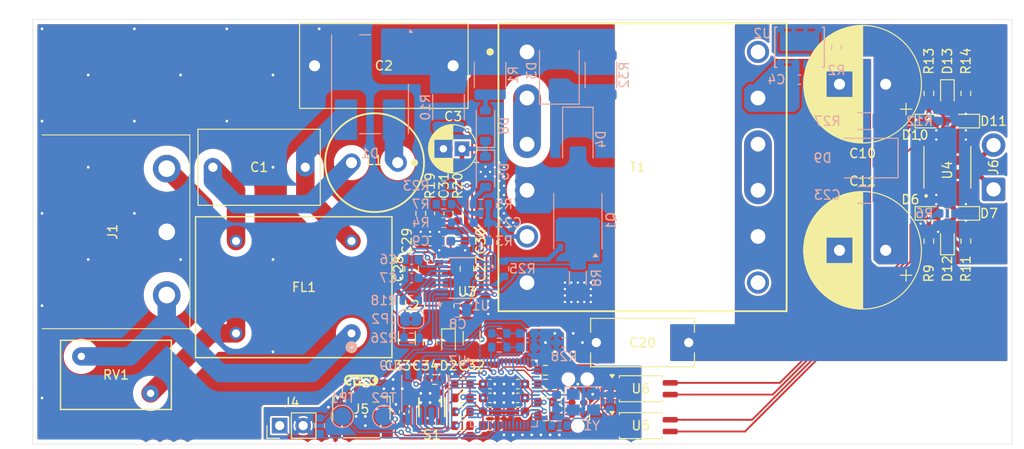
<source format=kicad_pcb>
(kicad_pcb (version 20241229) (generator "pcbnew") (generator_version "9.0")
  (layers (0 "F.Cu" signal) (2 "B.Cu" signal) (13 "F.Paste" user) (15 "B.Paste" user) (5 "F.SilkS" user "F.Silkscreen") (7 "B.SilkS" user "B.Silkscreen") (1 "F.Mask" user) (3 "B.Mask" user) (25 "Edge.Cuts" user))
  (net 0 "")
  (net 1 "GND")
  (net 2 "/LED_Driver_AC-DC/VIN")
  (net 3 "Net-(C4-Pad1)")
  (net 4 "Net-(U2-VDD)")
  (net 5 "Net-(U1-COMP+)")
  (net 6 "Net-(U1-COMP-)")
  (net 7 "Net-(U1-CT)")
  (net 8 "Net-(U1-INTVCC)")
  (net 9 "/LED_Driver_AC-DC/FB")
  (net 10 "Net-(C21-Pad1)")
  (net 11 "Net-(C21-Pad2)")
  (net 12 "Net-(D5-A)")
  (net 13 "Net-(D8-A)")
  (net 14 "/LED_Driver_AC-DC/SENSE")
  (net 15 "/LED_Driver_AC-DC/GATE")
  (net 16 "Net-(U2-SENSE)")
  (net 17 "/LED_Driver_AC-DC/DCM")
  (net 18 "/LED_Driver_AC-DC/VINSENSE")
  (net 19 "/~{FAULT}")
  (net 20 "/LED_Driver_AC-DC/VREF")
  (net 21 "Net-(U1-GATE)")
  (net 22 "Net-(T1-Pad10)")
  (net 24 "/LED_Driver_AC-DC/CTRL2")
  (net 25 "/DIM")
  (net 26 "/LED_Driver_AC-DC/CRTL3")
  (net 27 "/LED_Driver_AC-DC/AC_EMI+")
  (net 28 "/LED_Driver_AC-DC/AC_EMI-")
  (net 29 "/LED_Driver_AC-DC/VHV")
  (net 30 "/LED_Driver_AC-DC/AC_Filter+")
  (net 31 "/LED_Driver_AC-DC/FREEWHEEL")
  (net 32 "/LED_Driver_AC-DC/DRAIN")
  (net 33 "/LED_Driver_AC-DC/VCC")
  (net 34 "/LED_Driver_AC-DC/BST")
  (net 35 "+3V3")
  (net 36 "/LED_Driver_AC-DC/PRIMARY_TIE")
  (net 37 "/LED_Driver_AC-DC/3V3_FB")
  (net 38 "/DC+")
  (net 39 "/DC-")
  (net 40 "/AC-")
  (net 41 "/AC+")
  (net 42 "/LED_A")
  (net 43 "/LED_B")
  (net 44 "Net-(D6-K)")
  (net 45 "Net-(D11-A)")
  (net 46 "Net-(D12-A)")
  (net 47 "Net-(D10-K)")
  (net 48 "Net-(D12-K)")
  (net 49 "Net-(D13-K)")
  (net 50 "Net-(R15-Pad2)")
  (net 51 "/DIR_A")
  (net 52 "Net-(R16-Pad1)")
  (net 53 "/DIR_B")
  (net 77 "/LED_Driver_AC-DC/SW")
  (net 78 "GNDPWR")
  (net 79 "+1V1")
  (net 81 "/Microcontroller/QSPI_IO3")
  (net 82 "/Microcontroller/QSPI_~{CS}")
  (net 83 "/Microcontroller/XOUT")
  (net 84 "/Microcontroller/XIN")
  (net 85 "/Microcontroller/QSPI_IO2")
  (net 86 "/Microcontroller/QSPI_IO1")
  (net 87 "/Microcontroller/QSPI_IO0")
  (net 88 "/Microcontroller/QSPI_CLK")
  (net 89 "/Microcontroller/XOUT_drive")
  (net 91 "/Microcontroller/SWDIO_in")
  (net 92 "/Microcontroller/SWCLK_in")
  (net 93 "/Microcontroller/TEMP_SENSE")
  (net 94 "/Microcontroller/SCL")
  (net 95 "/Microcontroller/SDA")
  (net 96 "/Microcontroller/USB_DP")
  (net 97 "/Microcontroller/USB_DM")
  (net 98 "/Microcontroller/SWDIO")
  (net 99 "/Microcontroller/PWM_DIM")
  (net 100 "/Microcontroller/SWCLK")
  (net 101 "Net-(C36-Pad1)")
  (net 102 "Net-(R33-Pad1)")
  (net 103 "/Microcontroller/USB_DP_in")
  (net 104 "/Microcontroller/USB_DM_in")
  (footprint "750817251:WE-OLLT_ER28_14_L31W31H25_PAD1.6" (layer "F.Cu") (at 160 100)
    (property "Reference" "T1")
    (property "Value" "750817251")
  )
  (footprint "Resistor_SMD:R_0603_1608Metric" (layer "F.Cu") (at 191 92 90)
    (property "Reference" "R13")
    (property "Value" "R")
  )
  (footprint "Varistor:RV_Disc_D12mm_W7.5mm_P7.5mm" (layer "F.Cu") (at 106.75 124.5 180)
    (property "Reference" "RV1")
    (property "Value" "620V")
  )
  (footprint "IEC_60320_C6:IEC_60320_C6" (layer "F.Cu") (at 94 107 -90)
    (property "Reference" "J1")
    (property "Value" "IEC_60320_C6_Receptacle")
  )
  (footprint "Capacitor_SMD:C_0603_1608Metric" (layer "F.Cu") (at 143.5 126.5)
    (property "Reference" "C22" (hide yes))
    (property "Value" "100n")
  )
  (footprint "Capacitor_SMD:C_0603_1608Metric" (layer "F.Cu") (at 140 108)
    (property "Reference" "C30")
    (property "Value" "100n")
  )
  (footprint "Capacitor_SMD:C_0805_2012Metric" (layer "F.Cu") (at 141 111 90)
    (property "Reference" "C27")
    (property "Value" "0.47u")
  )
  (footprint "Capacitor_SMD:C_0603_1608Metric" (layer "F.Cu") (at 138 105 90)
    (property "Reference" "C31")
    (property "Value" "20p")
  )
  (footprint "Capacitor_SMD:C_0805_2012Metric" (layer "F.Cu") (at 135 111 90)
    (property "Reference" "C28")
    (property "Value" "0.47u")
  )
  (footprint "Resistor_SMD:R_0603_1608Metric" (layer "F.Cu") (at 149.5 125.446104 180)
    (property "Reference" "R30" (hide yes))
    (property "Value" "100")
  )
  (footprint "Connector:Tag-Connect_TC2030-IDC-NL_2x03_P1.27mm_Vertical" (layer "F.Cu") (at 153 125.5 90)
    (property "Reference" "J3" (hide yes))
    (property "Value" "Conn_ARM_SWD_TagConnect_TC2030-NL" (hide yes))
  )
  (footprint "Capacitor_SMD:C_1206_3216Metric" (layer "F.Cu") (at 141.5 118.5 -90)
    (property "Reference" "C32")
    (property "Value" "10u")
  )
  (footprint "Diode_SMD:D_0603_1608Metric" (layer "F.Cu") (at 195 105 180)
    (property "Reference" "D7")
    (property "Value" "15v")
  )
  (footprint "Capacitor_SMD:C_0603_1608Metric" (layer "F.Cu") (at 146.5 125 180)
    (property "Reference" "C5" (hide yes))
    (property "Value" "1u")
  )
  (footprint "435171014816:435171014816" (layer "F.Cu") (at 137.2 126 -90)
    (property "Reference" "S1")
    (property "Value" "435171014816" (hide yes))
  )
  (footprint "Capacitor_THT:C_Rect_L18.0mm_W9.0mm_P15.00mm_FKS3_FKP3" (layer "F.Cu") (at 139.5 89 180)
    (property "Reference" "C2")
    (property "Value" "0.22u")
  )
  (footprint "Capacitor_SMD:C_0603_1608Metric" (layer "F.Cu") (at 143.5 123.5)
    (property "Reference" "C24" (hide yes))
    (property "Value" "100n")
  )
  (footprint "Capacitor_THT:CP_Radial_D5.0mm_P2.00mm" (layer "F.Cu") (at 140.455113 98 180)
    (property "Reference" "C3")
    (property "Value" "10u")
  )
  (footprint "Diode_SMD:D_0603_1608Metric" (layer "F.Cu") (at 191 105)
    (property "Reference" "D6")
    (property "Value" "15v")
  )
  (footprint "Capacitor_SMD:C_0603_1608Metric" (layer "F.Cu") (at 143.5 128)
    (property "Reference" "C15" (hide yes))
    (property "Value" "1u")
  )
  (footprint "Capacitor_THT:CP_Radial_D12.5mm_P5.00mm" (layer "F.Cu") (at 186.323959 109 180)
    (property "Reference" "C11")
    (property "Value" "330u")
  )
  (footprint "Resistor_SMD:R_0603_1608Metric" (layer "F.Cu") (at 149.5 122)
    (property "Reference" "R15" (hide yes))
    (property "Value" "10k")
  )
  (footprint "Resistor_SMD:R_0603_1608Metric" (layer "F.Cu") (at 140.5 125 180)
    (property "Reference" "R39" (hide yes))
    (property "Value" "4.7k")
  )
  (footprint "Capacitor_THT:CP_Radial_D12.5mm_P5.00mm" (layer "F.Cu") (at 186.323959 91 180)
    (property "Reference" "C10")
    (property "Value" "330u")
  )
  (footprint "Capacitor_SMD:C_0603_1608Metric" (layer "F.Cu") (at 134.2 126.5 90)
    (property "Reference" "C25" (hide yes))
    (property "Value" "100n")
  )
  (footprint "Diode_SMD:D_0603_1608Metric" (layer "F.Cu") (at 195 95 180)
    (property "Reference" "D11")
    (property "Value" "15v")
  )
  (footprint "Resistor_SMD:R_0603_1608Metric" (layer "F.Cu") (at 191 108 -90)
    (property "Reference" "R9")
    (property "Value" "10k")
  )
  (footprint "Resistor_SMD:R_0603_1608Metric" (layer "F.Cu") (at 137.5 123 180)
    (property "Reference" "R33" (hide yes))
    (property "Value" "1k")
  )
  (footprint "Inductor_SMD:L_Wuerth_MAPI-3015" (layer "F.Cu") (at 138 115 -90)
    (property "Reference" "L2")
    (property "Value" "33u")
  )
  (footprint "Capacitor_SMD:C_0603_1608Metric" (layer "F.Cu") (at 137 108 180)
    (property "Reference" "C29")
    (property "Value" "1u")
  )
  (footprint "Resistor_SMD:R_0603_1608Metric" (layer "F.Cu") (at 140.5 123.5 180)
    (property "Reference" "R40" (hide yes))
    (property "Value" "4.7k")
  )
  (footprint "Connector_PinHeader_2.54mm:PinHeader_1x02_P2.54mm_Vertical" (layer "F.Cu") (at 120.725 128 90)
    (property "Reference" "J4")
    (property "Value" "Conn_01x02_Pin" (hide yes))
  )
  (footprint "Capacitor_SMD:C_1206_3216Metric" (layer "F.Cu") (at 134.5 118.5 -90)
    (property "Reference" "C33")
    (property "Value" "10u")
  )
  (footprint "Resistor_SMD:R_0603_1608Metric" (layer "F.Cu") (at 149.5 126.946104 180)
    (property "Reference" "R31" (hide yes))
    (property "Value" "100")
  )
  (footprint "Capacitor_THT:C_Rect_L13.0mm_W8.0mm_P10.00mm_FKS3_FKP3_MKS4" (layer "F.Cu") (at 113.5 100)
    (property "Reference" "C1")
    (property "Value" "0.1u")
  )
  (footprint "Resistor_SMD:R_0603_1608Metric" (layer "F.Cu") (at 140.5 128)
    (property "Reference" "R35" (hide yes))
    (property "Value" "27.4")
  )
  (footprint "Capacitor_SMD:C_0603_1608Metric" (layer "F.Cu") (at 146.5 123.5 180)
    (property "Reference" "C17" (hide yes))
    (property "Value" "100n")
  )
  (footprint "Diode_SMD:D_0603_1608Metric" (layer "F.Cu") (at 193 108 90)
    (property "Reference" "D12")
    (property "Value" "D")
  )
  (footprint "Package_SO:SOP-4_4.4x2.6mm_P1.27mm" (layer "F.Cu") (at 159.8125 124)
    (property "Reference" "U6")
    (property "Value" "140356145400")
  )
  (footprint "Resistor_SMD:R_0603_1608Metric" (layer "F.Cu") (at 195 92 -90)
    (property "Reference" "R14")
    (property "Value" "R")
  )
  (footprint "Capacitor_SMD:C_0603_1608Metric" (layer "F.Cu") (at 146.5 126.5 180)
    (property "Reference" "C16" (hide yes))
    (property "Value" "100n")
  )
  (footprint "Resistor_SMD:R_0603_1608Metric" (layer "F.Cu") (at 195 108 90)
    (property "Reference" "R11")
    (property "Value" "100k")
  )
  (footprint "Capacitor_SMD:C_0805_2012Metric" (layer "F.Cu") (at 137 119 90)
    (property "Reference" "C34")
    (property "Value" "0.47u")
  )
  (footprint "Diode_SMD:D_0603_1608Metric" (layer "F.Cu") (at 193 92 -90)
    (property "Reference" "D13")
    (property "Value" "D")
  )
  (footprint "Diode_SMD:D_0603_1608Metric" (layer "F.Cu") (at 191 95)
    (property "Reference" "D10")
    (property "Value" "15v")
  )
  (footprint "TRILL:qwiic_horizontal_SMD" (layer "F.Cu") (at 129.5 127)
    (property "Reference" "J5")
    (property "Value" "Conn_01x04_MountingPin" (hide yes))
  )
  (footprint "Package_SO:SOP-4_4.4x2.6mm_P1.27mm" (layer "F.Cu") (at 159.8125 128)
    (property "Reference" "U5")
    (property "Value" "140356145400" (hide yes))
  )
  (footprint "Resistor_SMD:R_0603_1608Metric" (layer "F.Cu") (at 136 105 -90)
    (property "Reference" "R19")
    (property "Value" "100k")
  )
  (footprint "Resistor_SMD:R_0603_1608Metric" (layer "F.Cu") (at 140.5 126.5 180)
    (property "Reference" "R34" (hide yes))
    (property "Value" "27.4")
  )
  (footprint "Connector_Wire:SolderWire-0.75sqmm_1x02_P4.8mm_D1.25mm_OD2.3mm" (layer "F.Cu") (at 198 102.4 90)
    (property "Reference" "J6")
    (property "Value" "Conn_01x02")
  )
  (footprint "7447480102:WE-TI_1014" (layer "F.Cu") (at 131 99.5 180)
    (property "Reference" "L1")
    (property "Value" "WE-TI_1014")
  )
  (footprint "Resistor_SMD:R_0603_1608Metric" (layer "F.Cu") (at 140 105 90)
    (property "Reference" "R20")
    (property "Value" "43.2k")
  )
  (footprint "B82731H2701A030:B82731H_EPC" (layer "F.Cu") (at 128.5 118 180)
    (property "Reference" "FL1")
    (property "Value" "B82731H2701A030")
  )
  (footprint "FDMQ8205A:IC_FDMQ8205A" (layer "F.Cu") (at 193 100 90)
    (property "Reference" "U4")
    (property "Value" "FDMQ8205A")
  )
  (footprint "Resistor_SMD:R_0603_1608Metric" (layer "F.Cu") (at 149.5 123.5 180)
    (property "Reference" "R16" (hide yes))
    (property "Value" "10k")
  )
  (footprint "LMR36006:LMR36006" (layer "F.Cu") (at 138 111 180)
    (property "Reference" "U3")
    (property "Value" "LMR36006BRNXT")
  )
  (footprint "Diode_SMD:D_0603_1608Metric" (layer "F.Cu") (at 139 119 -90)
    (property "Reference" "D2")
    (property "Value" "3.425")
  )
  (footprint "Capacitor_SMD:C_0603_1608Metric" (layer "F.Cu") (at 143.5 125)
    (property "Reference" "C12" (hide yes))
    (property "Value" "100n")
  )
  (footprint "Capacitor_THT:C_Disc_D11.0mm_W5.0mm_P10.00mm" (layer "F.Cu") (at 155 119)
    (property "Reference" "C20")
    (property "Value" "2.2n")
  )
  (footprint "TestPoint:TestPoint_Pad_D2.0mm" (layer "B.Cu") (at 132 127 90)
    (property "Reference" "TP2")
    (property "Value" "TestPoint")
  )
  (footprint "Diode_SMD:D_SOD-123" (layer "B.Cu") (at 143 100.5 -90)
    (property "Reference" "D5")
    (property "Value" "BAV20")
  )
  (footprint "PG-TSON-8-8:PG-TSON-8-8" (layer "B.Cu") (at 153 105.85 90)
    (property "Reference" "Q1" (hide yes))
    (property "Value" "IGLR65R200D2" (hide yes))
  )
  (footprint "Capacitor_SMD:C_0603_1608Metric" (layer "B.Cu") (at 135 112 180)
    (property "Reference" "C7")
    (property "Value" "10n")
  )
  (footprint "Diode_SMD:D_SMA" (layer "B.Cu") (at 153 97 -90)
    (property "Reference" "D4")
    (property "Value" "CMR1U-10M TR13 PBFREE")
  )
  (footprint "Resistor_SMD:R_0603_1608Metric" (layer "B.Cu") (at 144.5 118)
    (property "Reference" "R37" (hide yes))
    (property "Value" "R")
  )
  (footprint "Resistor_SMD:R_1812_4532Metric" (layer "B.Cu") (at 155.5 90 -90)
    (property "Reference" "R32")
    (property "Value" "100k")
  )
  (footprint "Capacitor_SMD:C_0603_1608Metric" (layer "B.Cu") (at 147.5 119.5)
    (property "Reference" "C36" (hide yes))
    (property "Value" "C")
  )
  (footprint "Resistor_SMD:R_0603_1608Metric" (layer "B.Cu") (at 138.5 102 180)
    (property "Reference" "R23")
    (property "Value" "3.48k")
  )
  (footprint "Capacitor_SMD:C_0603_1608Metric" (layer "B.Cu") (at 135 110 180)
    (property "Reference" "C6")
    (property "Value" "10n")
  )
  (footprint "Capacitor_SMD:C_0603_1608Metric" (layer "B.Cu") (at 147.5 118)
    (property "Reference" "C37" (hide yes))
    (property "Value" "C")
  )
  (footprint "Resistor_SMD:R_0603_1608Metric" (layer "B.Cu") (at 138.5 104)
    (property "Reference" "R7")
    (property "Value" "10k")
  )
  (footprint "TestPoint:TestPoint_Pad_D2.0mm" (layer "B.Cu") (at 127.5 127 90)
    (property "Reference" "TP1")
    (property "Value" "TestPoint")
  )
  (footprint "Resistor_SMD:R_0603_1608Metric" (layer "B.Cu") (at 142.5 104)
    (property "Reference" "R5")
    (property "Value" "150")
  )
  (footprint "Diode_SMD:D_SOD-123" (layer "B.Cu") (at 143 95.5 90)
    (property "Reference" "D8")
    (property "Value" "BAV20")
  )
  (footprint "Resistor_SMD:R_1206_3216Metric" (layer "B.Cu") (at 153 112 -90)
    (property "Reference" "R8")
    (property "Value" "30m")
  )
  (footprint "Resistor_SMD:R_0603_1608Metric" (layer "B.Cu") (at 135 118.5)
    (property "Reference" "R26")
    (property "Value" "100k")
  )
  (footprint "Resistor_SMD:R_0603_1608Metric" (layer "B.Cu") (at 138.5 106)
    (property "Reference" "R4")
    (property "Value" "9.31k")
  )
  (footprint "Resistor_SMD:R_1812_4532Metric" (layer "B.Cu") (at 143.5 90 -90)
    (property "Reference" "R1")
    (property "Value" "500k")
  )
  (footprint "Resistor_SMD:R_0603_1608Metric" (layer "B.Cu") (at 193 105 180)
    (property "Reference" "R6")
    (property "Value" "100k")
  )
  (footprint "Resistor_SMD:R_0603_1608Metric" (layer "B.Cu") (at 125.045 128 -90)
    (property "Reference" "R38" (hide yes))
    (property "Value" "R")
  )
  (footprint "Jumper:SolderJumper-2_P1.3mm_Bridged2Bar_RoundedPad1.0x1.5mm" (layer "B.Cu") (at 134.921168 116.436498 180)
    (property "Reference" "JP2")
    (property "Value" "SolderJumper_2_Bridged")
  )
  (footprint "Capacitor_SMD:C_0603_1608Metric" (layer "B.Cu") (at 177 90.5)
    (property "Reference" "C4")
    (property "Value" "0.47n")
  )
  (footprint "Package_DFN_QFN:QFN-56-1EP_7x7mm_P0.4mm_EP3.2x3.2mm" (layer "B.Cu") (at 145 124.5 -90)
    (property "Reference" "U7")
    (property "Value" "RP2040")
  )
  (footprint "Capacitor_SMD:C_0603_1608Metric" (layer "B.Cu") (at 138.5 108)
    (property "Reference" "C9")
    (property "Value" "47p")
  )
  (footprint "Resistor_SMD:R_1206_3216Metric" (layer "B.Cu") (at 184 95 180)
    (property "Reference" "R27")
    (property "Value" "20k")
  )
  (footprint "Capacitor_SMD:C_1206_3216Metric" (layer "B.Cu") (at 184 103 180)
    (property "Reference" "C23")
    (property "Value" "1u")
  )
  (footprint "MP9989GV_Z:QFN-4x5_MP9989_MNP" (layer "B.Cu") (at 177 87 90)
    (property "Reference" "U2")
    (property "Value" "MP9989GV-Z")
  )
  (footprint "Capacitor_SMD:C_0603_1608Metric" (layer "B.Cu") (at 142.5 106)
    (property "Reference" "C21")
    (property "Value" "4.7p")
  )
  (footprint "Diode_SMD:D_SMB" (layer "B.Cu") (at 184 99 180)
    (property "Reference" "D9")
    (property "Value" "SMBJ48A-13-F")
  )
  (footprint "Capacitor_SMD:C_0603_1608Metric" (layer "B.Cu") (at 156.488368 125.448838 90)
    (property "Reference" "C35" (hide yes))
    (property "Value" "33p")
  )
  (footprint "Diode_SMD:Diode_Bridge_Bourns_CD-DF4xxS" (layer "B.Cu") (at 130.5 91 180)
    (property "Reference" "D1")
    (property "Value" "CD-DF406SL")
  )
  (footprint "Resistor_SMD:R_1812_4532Metric" (layer "B.Cu") (at 139 93.5 -90)
    (property "Reference" "R10")
    (property "Value" "1M")
  )
  (footprint "LT3799MSE_PBF:MSOP-16_MSE_LIT" (layer "B.Cu") (at 140.5 112)
    (property "Reference" "U1")
    (property "Value" "LT3799EMSE-PBF")
  )
  (footprint "Package_SO:SOIC-8_3.9x4.9mm_P1.27mm" (layer "B.Cu") (at 136.5 124.5 -90)
    (property "Reference" "U9")
    (property "Value" "AT25xxx")
  )
  (footprint "Capacitor_SMD:C_0603_1608Metric" (layer "B.Cu") (at 150.7 125.448838 -90)
    (property "Reference" "C26" (hide yes))
    (property "Value" "33p")
  )
  (footprint "Resistor_SMD:R_0603_1608Metric" (layer "B.Cu") (at 151 128 180)
    (property "Reference" "R29" (hide yes))
    (property "Value" "1k")
  )
  (footprint "Resistor_SMD:R_0603_1608Metric" (layer "B.Cu") (at 193 95 180)
    (property "Reference" "R12")
    (property "Value" "R")
  )
  (footprint "Capacitor_SMD:C_0805_2012Metric" (layer "B.Cu") (at 140 115.5)
    (property "Reference" "C8")
    (property "Value" "4.7u")
  )
  (footprint "Resistor_SMD:R_0603_1608Metric" (layer "B.Cu") (at 134.921168 114.436498)
    (property "Reference" "R18")
    (property "Value" "100k")
  )
  (footprint "Crystal:Crystal_SMD_3225-4Pin_3.2x2.5mm" (layer "B.Cu") (at 153.6 125.448838)
    (property "Reference" "Y1")
    (property "Value" "830070868")
  )
  (footprint "Resistor_SMD:R_0603_1608Metric" (layer "B.Cu") (at 151.5 119)
    (property "Reference" "R28")
    (property "Value" "0")
  )
  (footprint "Diode_SMD:D_SMB" (layer "B.Cu") (at 151 89.5 90)
    (property "Reference" "D3")
    (property "Value" "SMBJ170A-13-F")
  )
  (footprint "Resistor_SMD:R_0603_1608Metric" (layer "B.Cu") (at 181 87 -90)
    (property "Reference" "R2")
    (property "Value" "300")
  )
  (footprint "Resistor_SMD:R_0603_1608Metric" (layer "B.Cu") (at 144.5 119.5)
    (property "Reference" "R36" (hide yes))
    (property "Value" "R")
  )
  (footprint "Resistor_SMD:R_0603_1608Metric" (layer "B.Cu") (at 145 111 90)
    (property "Reference" "R25")
    (property "Value" "20")
  )
  (footprint "Resistor_SMD:R_0603_1608Metric" (layer "B.Cu") (at 142.5 108)
    (property "Reference" "R3")
    (property "Value" "200k")
  )
  (gr_line (start 200 130) (end 94 130) (stroke (width 0.05)) (layer "Edge.Cuts"))
  (gr_line (start 94 84) (end 200 84) (stroke (width 0.05)) (layer "Edge.Cuts"))
  (gr_line (start 94 130) (end 94 84) (stroke (width 0.05)) (layer "Edge.Cuts"))
  (gr_line (start 200 84) (end 200 130) (stroke (width 0.05)) (layer "Edge.Cuts"))
  (segment (start 144.355968 121.3) (end 144.655968 121) (width 0.5) (layer "F.Cu") (net 1))
  (segment (start 141.124238 121.3) (end 144.355968 121.3) (width 0.5) (layer "F.Cu") (net 1))
  (segment (start 133.325 125.725) (end 134.2 125.725) (width 0.1524) (layer "F.Cu") (net 1))
  (segment (start 140.024238 122.4) (end 141.124238 121.3) (width 0.5) (layer "F.Cu") (net 1))
  (segment (start 139.4 122.4) (end 140.024238 122.4) (width 0.5) (layer "F.Cu") (net 1))
  (segment (start 144.655968 121) (end 148.5 121) (width 0.5) (layer "F.Cu") (net 1))
  (segment (start 133.3 125.7) (end 133.325 125.725) (width 0.1524) (layer "F.Cu") (net 1))
  (via (at 146 123.5) (size 0.6) (drill 0.3) (layers "F.Cu" "B.Cu") (net 1))
  (via (at 154.6057 124.598838) (size 0.6) (drill 0.3) (layers "F.Cu" "B.Cu") (net 1))
  (via (at 137 125.5) (size 0.6) (drill 0.3) (layers "F.Cu" "B.Cu") (net 1))
  (via (at 145 124.5) (size 0.6) (drill 0.3) (layers "F.Cu" "B.Cu") (net 1))
  (via (at 150.5 120) (size 0.6) (drill 0.3) (layers "F.Cu" "B.Cu") (net 1))
  (via (at 130 127) (size 0.6) (drill 0.3) (layers "F.Cu" "B.Cu") (net 1))
  (via (at 144 124.5) (size 0.6) (drill 0.3) (layers "F.Cu" "B.Cu") (net 1))
  (via (at 132 124) (size 0.6) (drill 0.3) (layers "F.Cu" "B.Cu") (net 1))
  (via (at 136 125.5) (size 0.6) (drill 0.3) (layers "F.Cu" "B.Cu") (net 1))
  (via (at 144 123.5) (size 0.6) (drill 0.3) (layers "F.Cu" "B.Cu") (net 1))
  (via (at 146 125.5) (size 0.6) (drill 0.3) (layers "F.Cu" "B.Cu") (net 1))
  (via (at 133 123) (size 0.6) (drill 0.3) (layers "F.Cu" "B.Cu") (net 1))
  (via (at 137 124.5) (size 0.6) (drill 0.3) (layers "F.Cu" "B.Cu") (net 1))
  (via (at 150 129) (size 0.6) (drill 0.3) (layers "F.Cu" "B.Cu") (net 1))
  (via (at 149.5 119) (size 0.6) (drill 0.3) (layers "F.Cu" "B.Cu") (net 1))
  (via (at 133 124) (size 0.6) (drill 0.3) (layers "F.Cu" "B.Cu") (net 1))
  (via (at 148.5 121) (size 0.6) (drill 0.3) (layers "F.Cu" "B.Cu") (net 1))
  (via (at 145 125.5) (size 0.6) (drill 0.3) (layers "F.Cu" "B.Cu") (net 1))
  (via (at 134 124) (size 0.6) (drill 0.3) (layers "F.Cu" "B.Cu") (net 1))
  (via (at 153 123.498836) (size 0.6) (drill 0.3) (layers "F.Cu" "B.Cu") (net 1))
  (via (at 145 129) (size 0.6) (drill 0.3) (layers "F.Cu" "B.Cu") (net 1))
  (via (at 146 124.5) (size 0.6) (drill 0.3) (layers "F.Cu" "B.Cu") (net 1))
  (via (at 149 129) (size 0.6) (drill 0.3) (layers "F.Cu" "B.Cu") (net 1))
  (via (at 144 125.5) (size 0.6) (drill 0.3) (layers "F.Cu" "B.Cu") (net 1))
  (via (at 145 123.5) (size 0.6) (drill 0.3) (layers "F.Cu" "B.Cu") (net 1))
  (via (at 147 129) (size 0.6) (drill 0.3) (layers "F.Cu" "B.Cu") (net 1))
  (via (at 139.4 122.4) (size 0.6) (drill 0.3) (layers "F.Cu" "B.Cu") (net 1))
  (via (at 150.5 118) (size 0.6) (drill 0.3) (layers "F.Cu" "B.Cu") (net 1))
  (via (at 129 127) (size 0.6) (drill 0.3) (layers "F.Cu" "B.Cu") (net 1))
  (via (at 126 126) (size 0.6) (drill 0.3) (layers "F.Cu" "B.Cu") (net 1))
  (via (at 130 128) (size 0.6) (drill 0.3) (layers "F.Cu" "B.Cu") (net 1))
  (via (at 127 125) (size 0.6) (drill 0.3) (layers "F.Cu" "B.Cu") (net 1))
  (via (at 146 129) (size 0.6) (drill 0.3) (layers "F.Cu" "B.Cu") (net 1))
  (via (at 136 124.5) (size 0.6) (drill 0.3) (layers "F.Cu" "B.Cu") (net 1))
  (via (at 148 129) (size 0.6) (drill 0.3) (layers "F.Cu" "B.Cu") (net 1))
  (via (at 151 129) (size 0.6) (drill 0.3) (layers "F.Cu" "B.Cu") (net 1))
  (via (at 133.3 125.7) (size 0.6) (drill 0.3) (layers "F.Cu" "B.Cu") (net 1))
  (segment (start 142.558063 113.141937) (end 142.558063 110.05) (width 0.5) (layer "F.Cu") (net 2))
  (segment (start 140.550189 115) (end 140.7 115) (width 0.5) (layer "F.Cu") (net 2))
  (segment (start 142.558063 109.316636) (end 142.96476 108.909939) (width 0.5) (layer "F.Cu") (net 2))
  (segment (start 140.2 102.197021) (end 140.2 99.8) (width 0.5) (layer "F.Cu") (net 2))
  (segment (start 135.095649 115) (end 135.3 115) (width 0.5) (layer "F.Cu") (net 2))
  (segment (start 133.985376 110.05) (end 133 111.035376) (width 0.5) (layer "F.Cu") (net 2))
  (segment (start 140.455113 99.544887) (end 140.455113 98) (width 0.5) (layer "F.Cu") (net 2))
  (segment (start 135 110.05) (end 133.985376 110.05) (width 0.5) (layer "F.Cu") (net 2))
  (segment (start 135.3 115) (end 140.550189 115) (width 0.2) (layer "F.Cu") (net 2))
  (segment (start 133 111.035376) (end 133 112.904351) (width 0.5) (layer "F.Cu") (net 2))
  (segment (start 133 112.904351) (end 135.095649 115) (width 0.5) (layer "F.Cu") (net 2))
  (segment (start 140.926 106.131133) (end 140.926 102.923021) (width 0.5) (layer "F.Cu") (net 2))
  (segment (start 142.96476 108.169893) (end 140.926 106.131133) (width 0.5) (layer "F.Cu") (net 2))
  (segment (start 142.558063 110.05) (end 141 110.05) (width 0.5) (layer "F.Cu") (net 2))
  (segment (start 142.558063 110.05) (end 142.558063 109.316636) (width 0.5) (layer "F.Cu") (net 2))
  (segment (start 142.96476 108.909939) (end 142.96476 108.169893) (width 0.5) (layer "F.Cu") (net 2))
  (segment (start 140.7 115) (end 142.558063 113.141937) (width 0.5) (layer "F.Cu") (net 2))
  (segment (start 140.2 99.8) (end 140.455113 99.544887) (width 0.5) (layer "F.Cu") (net 2))
  (segment (start 140.926 102.923021) (end 140.2 102.197021) (width 0.5) (layer "F.Cu") (net 2))
  (via (at 142.96476 108.909939) (size 0.508) (drill 0.254) (layers "F.Cu" "B.Cu") (net 2))
  (segment (start 143 98) (end 140.455113 98) (width 0.5) (layer "B.Cu") (net 2))
  (segment (start 143.69094 111.24943) (end 142.71615 111.24943) (width 0.2) (layer "B.Cu") (net 2))
  (segment (start 142.96476 108.909939) (end 143.409939 108.909939) (width 0.2) (layer "B.Cu") (net 2))
  (segment (start 144.0849 110.85547) (end 143.69094 111.24943) (width 0.2) (layer "B.Cu") (net 2))
  (segment (start 143.409939 108.909939) (end 144.0849 109.5849) (width 0.2) (layer "B.Cu") (net 2))
  (segment (start 143 98.85) (end 143 98) (width 0.5) (layer "B.Cu") (net 2))
  (segment (start 144.0849 109.5849) (end 144.0849 110.85547) (width 0.2) (layer "B.Cu") (net 2))
  (segment (start 143 98) (end 143 97.15) (width 0.5) (layer "B.Cu") (net 2))
  (segment (start 178.905 88.849999) (end 177.775 89.979999) (width 0.2) (layer "B.Cu") (net 4))
  (segment (start 177.775 89.979999) (end 177.775 90.5) (width 0.2) (layer "B.Cu") (net 4))
  (segment (start 135.775 110.475) (end 135.775 110) (width 0.2) (layer "B.Cu") (net 5))
  (segment (start 138.28385 110.74905) (end 136.04905 110.74905) (width 0.2) (layer "B.Cu") (net 5))
  (segment (start 136.04905 110.74905) (end 135.775 110.475) (width 0.2) (layer "B.Cu") (net 5))
  (segment (start 136.595007 108.823) (end 135.15979 108.823) (width 0.2) (layer "B.Cu") (net 6))
  (segment (start 134.225 109.75779) (end 134.225 110) (width 0.2) (layer "B.Cu") (net 6))
  (segment (start 135.15979 108.823) (end 134.225 109.75779) (width 0.2) (layer "B.Cu") (net 6))
  (segment (start 137.4 110.1) (end 137.4 109.627993) (width 0.2) (layer "B.Cu") (net 6))
  (segment (start 137.4 109.627993) (end 136.595007 108.823) (width 0.2) (layer "B.Cu") (net 6))
  (segment (start 137.54867 110.24867) (end 137.4 110.1) (width 0.2) (layer "B.Cu") (net 6))
  (segment (start 138.28385 110.24867) (end 137.54867 110.24867) (width 0.2) (layer "B.Cu") (net 6))
  (segment (start 136.4 112) (end 135.775 112) (width 0.2) (layer "B.Cu") (net 7))
  (segment (start 138.28385 111.24943) (end 137.15057 111.24943) (width 0.2) (layer "B.Cu") (net 7))
  (segment (start 137.15057 111.24943) (end 136.4 112) (width 0.2) (layer "B.Cu") (net 7))
  (segment (start 141.80808 112.25019) (end 141.6773 112.38097) (width 0.2) (layer "B.Cu") (net 8))
  (segment (start 141.6773 114.7727) (end 140.95 115.5) (width 0.2) (layer "B.Cu") (net 8))
  (segment (start 142.71615 112.25019) (end 141.80808 112.25019) (width 0.2) (layer "B.Cu") (net 8))
  (segment (start 141.6773 112.38097) (end 141.6773 114.7727) (width 0.2) (layer "B.Cu") (net 8))
  (segment (start 141.675 108.975) (end 141.675 108) (width 0.2) (layer "B.Cu") (net 9))
  (segment (start 141.675 108) (end 139.275 108) (width 0.2) (layer "B.Cu") (net 9))
  (segment (start 142.71615 110.24867) (end 142.71615 110.01615) (width 0.2) (layer "B.Cu") (net 9))
  (segment (start 142.71615 110.01615) (end 141.675 108.975) (width 0.2) (layer "B.Cu") (net 9))
  (segment (start 139.675 106) (end 141.675 108) (width 0.2) (layer "B.Cu") (net 9))
  (segment (start 139.325 106) (end 139.675 106) (width 0.2) (layer "B.Cu") (net 9))
  (segment (start 139.325 104) (end 139.725 104) (width 0.2) (layer "B.Cu") (net 10))
  (segment (start 139.725 104) (end 141.725 106) (width 0.2) (layer "B.Cu") (net 10))
  (segment (start 143.325 108) (end 143.325 106.05) (width 0.2) (layer "B.Cu") (net 11))
  (segment (start 143.9 106) (end 145.4 107.5) (width 0.5) (layer "B.Cu") (net 11))
  (segment (start 145.4 107.5) (end 147.5 107.5) (width 0.5) (layer "B.Cu") (net 11))
  (segment (start 143.325 106.05) (end 143.275 106) (width 0.2) (layer "B.Cu") (net 11))
  (segment (start 143.275 104.05) (end 143.325 104) (width 0.5) (layer "B.Cu") (net 11))
  (segment (start 143.275 106) (end 143.275 104.05) (width 0.5) (layer "B.Cu") (net 11))
  (segment (start 143.275 106) (end 143.9 106) (width 0.5) (layer "B.Cu") (net 11))
  (segment (start 141.675 104) (end 141.675 103.475) (width 0.5) (layer "B.Cu") (net 12))
  (segment (start 141.675 103.475) (end 143 102.15) (width 0.5) (layer "B.Cu") (net 12))
  (segment (start 143 92.6375) (end 143.5 92.1375) (width 0.5) (layer "B.Cu") (net 13))
  (segment (start 143 93.85) (end 143 92.6375) (width 0.5) (layer "B.Cu") (net 13))
  (segment (start 144.763114 113.25095) (end 145.999 112.015064) (width 0.2) (layer "B.Cu") (net 14))
  (segment (start 142.71615 113.25095) (end 144.763114 113.25095) (width 0.2) (layer "B.Cu") (net 14))
  (segment (start 147.339765 110.5375) (end 153 110.5375) (width 0.2) (layer "B.Cu") (net 14))
  (segment (start 145.999 112.015064) (end 145.999 111.878265) (width 0.2) (layer "B.Cu") (net 14))
  (segment (start 145.999 111.878265) (end 147.339765 110.5375) (width 0.2) (layer "B.Cu") (net 14))
  (segment (start 145.1885 109.9865) (end 149.8035 109.9865) (width 0.5) (layer "B.Cu") (net 15))
  (segment (start 149.8035 109.9865) (end 151.1 108.69) (width 0.5) (layer "B.Cu") (net 15))
  (segment (start 145 110.175) (end 145.1885 109.9865) (width 0.5) (layer "B.Cu") (net 15))
  (segment (start 178.659999 87.825) (end 181 87.825) (width 0.2) (layer "B.Cu") (net 16))
  (segment (start 177.635 88.849999) (end 178.659999 87.825) (width 0.2) (layer "B.Cu") (net 16))
  (segment (start 138.451 104.776) (end 137.675 104) (width 0.2) (layer "B.Cu") (net 17))
  (segment (start 139.376 104.776) (end 138.451 104.776) (width 0.2) (layer "B.Cu") (net 17))
  (segment (start 141.524 107.224) (end 140.4 106.1) (width 0.2) (layer "B.Cu") (net 17))
  (segment (start 143.45095 110.74905) (end 143.6839 110.5161) (width 0.2) (layer "B.Cu") (net 17))
  (segment (start 142.376 107.511936) (end 142.088064 107.224) (width 0.2) (layer "B.Cu") (net 17))
  (segment (start 142.8671 109.6) (end 142.376 109.1089) (width 0.2) (layer "B.Cu") (net 17))
  (segment (start 142.376 109.1089) (end 142.376 107.511936) (width 0.2) (layer "B.Cu") (net 17))
  (segment (start 142.088064 107.224) (end 141.524 107.224) (width 0.2) (layer "B.Cu") (net 17))
  (segment (start 140.4 106.1) (end 140.4 105.8) (width 0.2) (layer "B.Cu") (net 17))
  (segment (start 140.4 105.8) (end 139.376 104.776) (width 0.2) (layer "B.Cu") (net 17))
  (segment (start 142.71615 110.74905) (end 143.45095 110.74905) (width 0.2) (layer "B.Cu") (net 17))
  (segment (start 143.6839 109.751) (end 143.5329 109.6) (width 0.2) (layer "B.Cu") (net 17))
  (segment (start 143.5329 109.6) (end 142.8671 109.6) (width 0.2) (layer "B.Cu") (net 17))
  (segment (start 143.6839 110.5161) (end 143.6839 109.751) (width 0.2) (layer "B.Cu") (net 17))
  (segment (start 141.556113 102.2) (end 141.556113 102.156113) (width 0.2) (layer "F.Cu") (net 18))
  (segment (start 141.556113 102.156113) (end 141.4 102) (width 0.2) (layer "F.Cu") (net 18))
  (segment (start 143.51976 108.68005) (end 143.51576 108.67605) (width 0.2) (layer "F.Cu") (net 18))
  (segment (start 141 102) (end 141.4 102) (width 0.2) (layer "F.Cu") (net 18))
  (segment (start 141.556113 101.843887) (end 141.4 102) (width 0.2) (layer "F.Cu") (net 18))
  (segment (start 143.51976 109.139828) (end 143.51976 108.68005) (width 0.2) (layer "F.Cu") (net 18))
  (segment (start 143.192992 107.618893) (end 143 107.425901) (width 0.2) (layer "F.Cu") (net 18))
  (segment (start 143.109063 112.914013) (end 143.109063 112.763894) (width 0.2) (layer "F.Cu") (net 18))
  (segment (start 143.109063 109.544868) (end 143.188992 109.464939) (width 0.2) (layer "F.Cu") (net 18))
  (segment (start 141.556113 102) (end 141.556113 102.2) (width 0.2) (layer "F.Cu") (net 18))
  (segment (start 141.4 102) (end 141.556113 102) (width 0.2) (layer "F.Cu") (net 18))
  (segment (start 143.188992 109.464939) (end 143.194649 109.464939) (width 0.2) (layer "F.Cu") (net 18))
  (segment (start 141.556113 96.556113) (end 141.556113 101.8) (width 0.2) (layer "F.Cu") (net 18))
  (segment (start 141.556113 105.956113) (end 141.556113 102.2) (width 0.2) (layer "F.Cu") (net 18))
  (segment (start 143 107.425901) (end 143 107.4) (width 0.2) (layer "F.Cu") (net 18))
  (segment (start 143 107.4) (end 141.556113 105.956113) (width 0.2) (layer "F.Cu") (net 18))
  (segment (start 143.194649 109.464939) (end 143.51976 109.139828) (width 0.2) (layer "F.Cu") (net 18))
  (segment (start 143.109063 109.821768) (end 143.109063 109.544868) (width 0.2) (layer "F.Cu") (net 18))
  (segment (start 143.109063 112.763894) (end 143.109063 110.278232) (width 0.2) (layer "F.Cu") (net 18))
  (segment (start 143.109063 110.278232) (end 143.109063 109.821768) (width 0.2) (layer "F.Cu") (net 18))
  (segment (start 141 96) (end 141.556113 96.556113) (width 0.2) (layer "F.Cu") (net 18))
  (segment (start 141.556113 101.8) (end 141.556113 102) (width 0.2) (layer "F.Cu") (net 18))
  (segment (start 143.51576 108.67605) (end 143.51576 108.398125) (width 0.2) (layer "F.Cu") (net 18))
  (segment (start 141.556113 101.8) (end 141.556113 101.843887) (width 0.2) (layer "F.Cu") (net 18))
  (segment (start 144 113.80495) (end 143.109063 112.914013) (width 0.2) (layer "F.Cu") (net 18))
  (segment (start 143.51576 108.398125) (end 143.51576 107.941661) (width 0.2) (layer "F.Cu") (net 18))
  (segment (start 143.51576 107.941661) (end 143.192992 107.618893) (width 0.2) (layer "F.Cu") (net 18))
  (via (at 141 102) (size 0.508) (drill 0.254) (layers "F.Cu" "B.Cu") (net 18))
  (via (at 141 96) (size 0.508) (drill 0.254) (layers "F.Cu" "B.Cu") (net 18))
  (via (at 144 113.80495) (size 0.508) (drill 0.254) (layers "F.Cu" "B.Cu") (net 18))
  (segment (start 139.5 95.6375) (end 140.6375 95.6375) (width 0.2) (layer "B.Cu") (net 18))
  (segment (start 144 113.80495) (end 142.76977 113.80495) (width 0.2) (layer "B.Cu") (net 18))
  (segment (start 142.76977 113.80495) (end 142.71615 113.75133) (width 0.2) (layer "B.Cu") (net 18))
  (segment (start 141 102) (end 139.325 102) (width 0.2) (layer "B.Cu") (net 18))
  (segment (start 140.6375 95.6375) (end 141 96) (width 0.2) (layer "B.Cu") (net 18))
  (segment (start 139.2278 112.6722) (end 139.2278 112.33367) (width 0.1524) (layer "B.Cu") (net 19))
  (segment (start 137.73177 114.16823) (end 139.2278 114.16823) (width 0.1524) (layer "B.Cu") (net 19))
  (segment (start 146.810854 116.8944) (end 144.719184 116.8944) (width 0.1524) (layer "B.Cu") (net 19))
  (segment (start 137.245255 111.74981) (end 138.28385 111.74981) (width 0.2) (layer "B.Cu") (net 19))
  (segment (start 144 121.0625) (end 144 120.560883) (width 0.1524) (layer "B.Cu") (net 19))
  (segment (start 139.2278 113.16747) (end 139.2278 112.83405) (width 0.1524) (layer "B.Cu") (net 19))
  (segment (start 144.719184 116.8944) (end 144.719183 116.8944) (width 0.1524) (layer "B.Cu") (net 19))
  (segment (start 135.50011 113.5) (end 136.526 112.47411) (width 0.2) (layer "B.Cu") (net 19))
  (segment (start 147.4522 119.964254) (end 147.4522 118.464254) (width 0.1524) (layer "B.Cu") (net 19))
  (segment (start 143.398584 116.8944) (end 143.105817 116.8944) (width 0.1524) (layer "B.Cu") (net 19))
  (segment (start 134.240502 113.826598) (end 134.5671 113.5) (width 0.2) (layer "B.Cu") (net 19))
  (segment (start 137.6576 114.2424) (end 137.73177 114.16823) (width 0.1524) (layer "B.Cu") (net 19))
  (segment (start 137.6576 118.270416) (end 137.6576 114.2424) (width 0.1524) (layer "B.Cu") (net 19))
  (segment (start 134.096168 114.436498) (end 134.096168 113.970932) (width 0.2) (layer "B.Cu") (net 19))
  (segment (start 139.2278 112.33367) (end 139.2278 111.83329) (width 0.1524) (layer "B.Cu") (net 19))
  (segment (start 139.2278 113.66785) (end 139.2278 113.33443) (width 0.1524) (layer "B.Cu") (net 19))
  (segment (start 147.4522 118.464254) (end 147.4522 117.535746) (width 0.1524) (layer "B.Cu") (net 19))
  (segment (start 134.5671 113.5) (end 135.50011 113.5) (width 0.2) (layer "B.Cu") (net 19))
  (segment (start 140.641016 119.3592) (end 138.746384 119.3592) (width 0.1524) (layer "B.Cu") (net 19))
  (segment (start 139.2278 114.16823) (end 139.2278 113.66785) (width 0.1524) (layer "B.Cu") (net 19))
  (segment (start 138.746384 119.3592) (end 137.6576 118.270416) (width 0.1524) (layer "B.Cu") (net 19))
  (segment (start 139.14432 111.74981) (end 138.28385 111.74981) (width 0.1524) (layer "B.Cu") (net 19))
  (segment (start 143.105816 116.8944) (end 140.641016 119.3592) (width 0.1524) (layer "B.Cu") (net 19))
  (segment (start 147.164254 120.2522) (end 147.4522 119.964254) (width 0.1524) (layer "B.Cu") (net 19))
  (segment (start 144.308683 120.2522) (end 147.164254 120.2522) (width 0.1524) (layer "B.Cu") (net 19))
  (segment (start 139.2278 111.83329) (end 139.14432 111.74981) (width 0.1524) (layer "B.Cu") (net 19))
  (segment (start 144 120.560883) (end 144.308683 120.2522) (width 0.1524) (layer "B.Cu") (net 19))
  (segment (start 139.2278 112.83405) (end 139.2278 112.6722) (width 0.1524) (layer "B.Cu") (net 19))
  (segment (start 136.526 112.47411) (end 136.526 112.469065) (width 0.2) (layer "B.Cu") (net 19))
  (segment (start 144.426416 116.8944) (end 143.398584 116.8944) (width 0.1524) (layer "B.Cu") (net 19))
  (segment (start 136.526 112.469065) (end 137.245255 111.74981) (width 0.2) (layer "B.Cu") (net 19))
  (segment (start 144.719183 116.8944) (end 144.426416 116.8944) (width 0.1524) (layer "B.Cu") (net 19))
  (segment (start 147.4522 117.535746) (end 147.164254 117.2478) (width 0.1524) (layer "B.Cu") (net 19))
  (segment (start 147.164254 117.2478) (end 146.810854 116.8944) (width 0.1524) (layer "B.Cu") (net 19))
  (segment (start 139.2278 113.33443) (end 139.2278 113.16747) (width 0.1524) (layer "B.Cu") (net 19))
  (segment (start 143.105817 116.8944) (end 143.105816 116.8944) (width 0.1524) (layer "B.Cu") (net 19))
  (segment (start 134.096168 113.970932) (end 134.240502 113.826598) (width 0.2) (layer "B.Cu") (net 19))
  (segment (start 134.175 118.5) (end 134.175 116.532666) (width 0.2) (layer "B.Cu") (net 20))
  (segment (start 135.746168 114.436498) (end 135.363502 114.436498) (width 0.2) (layer "B.Cu") (net 20))
  (segment (start 135.825 114.357666) (end 135.746168 114.436498) (width 0.2) (layer "B.Cu") (net 20))
  (segment (start 138.28385 112.25019) (end 137.31702 112.25019) (width 0.2) (layer "B.Cu") (net 20))
  (segment (start 135.825 113.74221) (end 135.825 114.357666) (width 0.2) (layer "B.Cu") (net 20))
  (segment (start 134.175 116.532666) (end 134.271168 116.436498) (width 0.2) (layer "B.Cu") (net 20))
  (segment (start 134.271168 115.528832) (end 134.271168 116.436498) (width 0.2) (layer "B.Cu") (net 20))
  (segment (start 137.31702 112.25019) (end 135.825 113.74221) (width 0.2) (layer "B.Cu") (net 20))
  (segment (start 135.363502 114.436498) (end 134.271168 115.528832) (width 0.2) (layer "B.Cu") (net 20))
  (segment (start 145 111.825) (end 144.12505 112.69995) (width 0.5) (layer "B.Cu") (net 21))
  (segment (start 142.71615 112.75057) (end 144.07443 112.75057) (width 0.2) (layer "B.Cu") (net 21))
  (segment (start 144.12505 112.69995) (end 144.07443 112.69995) (width 0.5) (layer "B.Cu") (net 21))
  (segment (start 137.099999 110.177935) (end 136.725 109.802936) (width 0.2) (layer "F.Cu") (net 24))
  (segment (start 137.099999 110.325) (end 137.099999 110.177935) (width 0.2) (layer "F.Cu") (net 24))
  (via (at 136.725 109.802936) (size 0.6) (drill 0.3) (layers "F.Cu" "B.Cu") (net 24))
  (segment (start 135.825 117.775) (end 135.825 118.5) (width 0.2) (layer "B.Cu") (net 24))
  (segment (start 133.761936 119.276) (end 133.395168 118.909232) (width 0.2) (layer "B.Cu") (net 24))
  (segment (start 137.45046 113.25095) (end 136.927 113.77441) (width 0.2) (layer "B.Cu") (net 24))
  (segment (start 136.927 116.673) (end 135.825 117.775) (width 0.2) (layer "B.Cu") (net 24))
  (segment (start 135.024 109.52589) (end 135.32589 109.224) (width 0.2) (layer "B.Cu") (net 24))
  (segment (start 138.28385 113.25095) (end 137.45046 113.25095) (width 0.2) (layer "B.Cu") (net 24))
  (segment (start 135.32589 109.224) (end 136.22411 109.224) (width 0.2) (layer "B.Cu") (net 24))
  (segment (start 133.395168 113.948434) (end 133.683104 113.660498) (width 0.2) (layer "B.Cu") (net 24))
  (segment (start 136.22411 109.224) (end 136.725 109.72489) (width 0.2) (layer "B.Cu") (net 24))
  (segment (start 133.839502 113.660498) (end 134.72211 112.77789) (width 0.2) (layer "B.Cu") (net 24))
  (segment (start 135.825 118.5) (end 135.825 119.075) (width 0.2) (layer "B.Cu") (net 24))
  (segment (start 136.927 113.77441) (end 136.927 116.673) (width 0.2) (layer "B.Cu") (net 24))
  (segment (start 133.683104 113.660498) (end 133.839502 113.660498) (width 0.2) (layer "B.Cu") (net 24))
  (segment (start 135.825 119.075) (end 135.624 119.276) (width 0.2) (layer "B.Cu") (net 24))
  (segment (start 135.624 119.276) (end 133.761936 119.276) (width 0.2) (layer "B.Cu") (net 24))
  (segment (start 134.72211 112.77789) (end 134.72211 112.776) (width 0.2) (layer "B.Cu") (net 24))
  (segment (start 136.725 109.72489) (end 136.725 109.802936) (width 0.2) (layer "B.Cu") (net 24))
  (segment (start 135.024 112.47411) (end 135.024 109.52589) (width 0.2) (layer "B.Cu") (net 24))
  (segment (start 134.72211 112.776) (end 135.024 112.47411) (width 0.2) (layer "B.Cu") (net 24))
  (segment (start 133.395168 118.909232) (end 133.395168 113.948434) (width 0.2) (layer "B.Cu") (net 24))
  (segment (start 145.325 118) (end 144.5728 117.2478) (width 0.1524) (layer "B.Cu") (net 25))
  (segment (start 137.3042 118.4168) (end 137.3042 113.930652) (width 0.1524) (layer "B.Cu") (net 25))
  (segment (start 144.5728 117.2478) (end 143.2522 117.2478) (width 0.1524) (layer "B.Cu") (net 25))
  (segment (start 145.325 118) (end 146.725 118) (width 0.1524) (layer "B.Cu") (net 25))
  (segment (start 138.6 119.7126) (end 137.3042 118.4168) (width 0.1524) (layer "B.Cu") (net 25))
  (segment (start 137.3042 113.930652) (end 137.483522 113.75133) (width 0.1524) (layer "B.Cu") (net 25))
  (segment (start 143.2522 117.2478) (end 140.7874 119.7126) (width 0.1524) (layer "B.Cu") (net 25))
  (segment (start 137.483522 113.75133) (end 138.28385 113.75133) (width 0.1524) (layer "B.Cu") (net 25))
  (segment (start 140.7874 119.7126) (end 138.6 119.7126) (width 0.1524) (layer "B.Cu") (net 25))
  (segment (start 136.526 114.874) (end 136.526 113.60831) (width 0.2) (layer "B.Cu") (net 26))
  (segment (start 135.571168 115.828832) (end 136.526 114.874) (width 0.2) (layer "B.Cu") (net 26))
  (segment (start 135.571168 116.436498) (end 135.571168 115.828832) (width 0.2) (layer "B.Cu") (net 26))
  (segment (start 136.526 113.60831) (end 137.38374 112.75057) (width 0.2) (layer "B.Cu") (net 26))
  (segment (start 137.38374 112.75057) (end 138.28385 112.75057) (width 0.2) (layer "B.Cu") (net 26))
  (segment (start 116 108) (end 116 102.5) (width 2) (layer "F.Cu") (net 27))
  (segment (start 116 102.5) (end 113.5 100) (width 2) (layer "F.Cu") (net 27))
  (segment (start 116 104) (end 124 104) (width 2) (layer "B.Cu") (net 27))
  (segment (start 113.5 100) (end 113.5 101.5) (width 2) (layer "B.Cu") (net 27))
  (segment (start 113.5 101.5) (end 116 104) (width 2) (layer "B.Cu") (net 27))
  (segment (start 124 104) (end 128.5 99.5) (width 2) (layer "B.Cu") (net 27))
  (segment (start 123.5 103) (end 128.5 108) (width 2) (layer "F.Cu") (net 28))
  (segment (start 123.5 100) (end 123.5 103) (width 2) (layer "F.Cu") (net 28))
  (segment (start 123.5 98.5) (end 123.5 100) (width 2) (layer "B.Cu") (net 28))
  (segment (start 127.9 94.85) (end 127.15 94.85) (width 2) (layer "B.Cu") (net 28))
  (segment (start 127.15 94.85) (end 123.5 98.5) (width 2) (layer "B.Cu") (net 28))
  (segment (start 147.5 87.5) (end 141 87.5) (width 2) (layer "F.Cu") (net 29))
  (segment (start 141 87.5) (end 139.5 89) (width 2) (layer "F.Cu") (net 29))
  (segment (start 133.1 99.1) (end 133.5 99.5) (width 2) (layer "B.Cu") (net 30))
  (segment (start 133.1 94.85) (end 133.1 99.1) (width 2) (layer "B.Cu") (net 30))
  (segment (start 138.555 108.770111) (end 137.784889 108) (width 0.2) (layer "F.Cu") (net 33))
  (segment (start 138.555 109.544999) (end 138.555 108.770111) (width 0.2) (layer "F.Cu") (net 33))
  (segment (start 138.499999 109.6) (end 138.555 109.544999) (width 0.2) (layer "F.Cu") (net 33))
  (segment (start 137.784889 108) (end 137.775 108) (width 0.2) (layer "F.Cu") (net 33))
  (segment (start 139.225 110.000001) (end 139.225 108) (width 0.2) (layer "F.Cu") (net 34))
  (segment (start 138.900001 110.325) (end 139.225 110.000001) (width 0.2) (layer "F.Cu") (net 34))
  (segment (start 130.056692 126) (end 129.738892 125.6822) (width 0.1524) (layer "F.Cu") (net 35))
  (segment (start 142.7 128.025) (end 142.725 128) (width 0.1524) (layer "F.Cu") (net 35))
  (segment (start 141.325 125) (end 141.325 125.1) (width 0.1524) (layer "F.Cu") (net 35))
  (segment (start 143.4772 122.7478) (end 146.5228 122.7478) (width 0.1524) (layer "F.Cu") (net 35))
  (segment (start 129.738892 125.6822) (end 129.4928 125.436108) (width 0.1524) (layer "F.Cu") (net 35))
  (segment (start 137 118.05) (end 137 118.9976) (width 0.5) (layer "F.Cu") (net 35))
  (segment (start 141.238547 124.913547) (end 141.325 125) (width 0.1524) (layer "F.Cu") (net 35))
  (segment (start 134.2 127.275) (end 134.2 128.019838) (width 0.1524) (layer "F.Cu") (net 35))
  (segment (start 155.1819 122.962709) (end 154.356691 122.1375) (width 0.1524) (layer "F.Cu") (net 35))
  (segment (start 131.353616 126.0534) (end 130.446384 126.0534) (width 0.1524) (layer "F.Cu") (net 35))
  (segment (start 140.575 124.913547) (end 141.238547 124.913547) (width 0.1524) (layer "F.Cu") (net 35))
  (segment (start 142.177029 128.540238) (end 142.692267 128.025) (width 0.1524) (layer "F.Cu") (net 35))
  (segment (start 136 104.175) (end 132.4 107.775) (width 0.2) (layer "F.Cu") (net 35))
  (segment (start 133.439329 126.2772) (end 133.060915 126.2772) (width 0.1524) (layer "F.Cu") (net 35))
  (segment (start 142.725 123.5) (end 143.4772 122.7478) (width 0.1524) (layer "F.Cu") (net 35))
  (segment (start 129.5974 123.4026) (end 130.060424 123.4026) (width 0.1524) (layer "F.Cu") (net 35))
  (segment (start 146.5228 122.7478) (end 147.275 123.5) (width 0.1524) (layer "F.Cu") (net 35))
  (segment (start 131.646384 126.0534) (end 131.646383 126.0534) (width 0.1524) (layer "F.Cu") (net 35))
  (segment (start 129.07 124.63) (end 129.07 123.93) (width 0.1524) (layer "F.Cu") (net 35))
  (segment (start 142.595529 118.652025) (end 141.5 117.556497) (width 0.5) (layer "F.Cu") (net 35))
  (segment (start 155.1819 125.2231) (end 155.1819 122.962709) (width 0.1524) (layer "F.Cu") (net 35))
  (segment (start 129.07 125.013308) (end 129.07 124.63) (width 0.1524) (layer "F.Cu") (net 35))
  (segment (start 133.060915 126.2772) (end 132.783715 126) (width 0.1524) (layer "F.Cu") (net 35))
  (segment (start 132.4 107.775) (end 132.4 114.925) (width 0.2) (layer "F.Cu") (net 35))
  (segment (start 130.153617 126.0534) (end 130.153616 126.0534) (width 0.1524) (layer "F.Cu") (net 35))
  (segment (start 141.325 125.1) (end 142.725 126.5) (width 0.1524) (layer "F.Cu") (net 35))
  (segment (start 142.692267 128.025) (end 142.7 128.025) (width 0.1524) (layer "F.Cu") (net 35))
  (segment (start 151.0022 122.778609) (end 151.0022 123.978204) (width 0.1524) (layer "F.Cu") (net 35))
  (segment (start 151.643309 122.1375) (end 151.0022 122.778609) (width 0.1524) (layer "F.Cu") (net 35))
  (segment (start 148.0522 124.4) (end 148.2 124.2522) (width 0.1524) (layer "F.Cu") (net 35))
  (segment (start 129.07 123.93) (end 129.5974 123.4026) (width 0.1524) (layer "F.Cu") (net 35))
  (segment (start 134.2 127.275) (end 134.2 127.037871) (width 0.1524) (layer "F.Cu") (net 35))
  (segment (start 147.325 126.55) (end 147.275 126.5) (width 0.1524) (layer "F.Cu") (net 35))
  (segment (start 154.356691 122.1375) (end 151.643309 122.1375) (width 0.1524) (layer "F.Cu") (net 35))
  (segment (start 129.4928 125.436108) (end 129.07 125.013308) (width 0.1524) (layer "F.Cu") (net 35))
  (segment (start 150.728204 124.2522) (end 148.2 124.2522) (width 0.1524) (layer "F.Cu") (net 35))
  (segment (start 148.2 124.2522) (end 148.0272 124.2522) (width 0.1524) (layer "F.Cu") (net 35))
  (segment (start 134.2 128.019838) (end 134.626572 128.44641) (width 0.1524) (layer "F.Cu") (net 35))
  (segment (start 132.783715 126) (end 131.699784 126) (width 0.1524) (layer "F.Cu") (net 35))
  (segment (start 134.2 127.037871) (end 133.439329 126.2772) (width 0.1524) (layer "F.Cu") (net 35))
  (segment (start 130.100216 126) (end 130.056692 126) (width 0.1524) (layer "F.Cu") (net 35))
  (segment (start 148.0454 124.4) (end 148.0454 124.2704) (width 0.1524) (layer "F.Cu") (net 35))
  (segment (start 148.0272 124.2522) (end 147.275 123.5) (width 0.1524) (layer "F.Cu") (net 35))
  (segment (start 131.699784 126) (end 131.646384 126.0534) (width 0.1524) (layer "F.Cu") (net 35))
  (segment (start 148.0454 125.7296) (end 148.0454 124.4) (width 0.1524) (layer "F.Cu") (net 35))
  (segment (start 142.725 123.5) (end 141.325 123.5) (width 0.1524) (layer "F.Cu") (net 35))
  (segment (start 131.646383 126.0534) (end 131.353616 126.0534) (width 0.1524) (layer "F.Cu") (net 35))
  (segment (start 148.0454 124.4) (end 148.0522 124.4) (width 0.1524) (layer "F.Cu") (net 35))
  (segment (start 153.635 126.77) (end 155.1819 125.2231) (width 0.1524) (layer "F.Cu") (net 35))
  (segment (start 141.5 117.556497) (end 141.5 117.025) (width 0.5) (layer "F.Cu") (net 35))
  (segment (start 130.153616 126.0534) (end 130.100216 126) (width 0.1524) (layer "F.Cu") (net 35))
  (segment (start 130.446384 126.0534) (end 130.153617 126.0534) (width 0.1524) (layer "F.Cu") (net 35))
  (segment (start 147.275 126.5) (end 148.0454 125.7296) (width 0.1524) (layer "F.Cu") (net 35))
  (segment (start 132.4 114.925) (end 134.5 117.025) (width 0.2) (layer "F.Cu") (net 35))
  (segment (start 141.325 125) (end 141.325 123.5) (width 0.1524) (layer "F.Cu") (net 35))
  (segment (start 142.725 128) (end 142.725 126.5) (width 0.1524) (layer "F.Cu") (net 35))
  (segment (start 151.0022 123.978204) (end 150.728204 124.2522) (width 0.1524) (layer "F.Cu") (net 35))
  (segment (start 148.0454 124.2704) (end 148.0272 124.2522) (width 0.1524) (layer "F.Cu") (net 35))
  (via (at 130.060424 123.4026) (size 0.6) (drill 0.3) (layers "F.Cu" "B.Cu") (net 35))
  (via (at 147.275 123.5) (size 0.6) (drill 0.3) (layers "F.Cu" "B.Cu") (net 35))
  (via (at 142.595529 118.652025) (size 0.6) (drill 0.3) (layers "F.Cu" "B.Cu") (net 35))
  (via (at 134.626572 128.44641) (size 0.6) (drill 0.3) (layers "F.Cu" "B.Cu") (net 35))
  (via (at 142.725 123.5) (size 0.6) (drill 0.3) (layers "F.Cu" "B.Cu") (net 35))
  (via (at 147.275 126.9) (size 0.6) (drill 0.3) (layers "F.Cu" "B.Cu") (net 35))
  (via (at 137 118.9976) (size 0.6) (drill 0.3) (layers "F.Cu" "B.Cu") (net 35))
  (via (at 142.4 126.9) (size 0.6) (drill 0.3) (layers "F.Cu" "B.Cu") (net 35))
  (via (at 142.177029 128.540238) (size 0.6) (drill 0.3) (layers "F.Cu" "B.Cu") (net 35))
  (via (at 140.575 124.913547) (size 0.6) (drill 0.3) (layers "F.Cu" "B.Cu") (net 35))
  (segment (start 147.7 126.5) (end 147.9 126.3) (width 0.1524) (layer "B.Cu") (net 35))
  (segment (start 146 127.1) (end 146 127) (width 0.1524) (layer "B.Cu") (net 35))
  (segment (start 135.2398 119.7602) (end 136.2374 119.7602) (width 0.1524) (layer "B.Cu") (net 35))
  (segment (start 142.200001 126.699999) (end 141.5625 126.699999) (width 0.1524) (layer "B.Cu") (net 35))
  (segment (start 130.060424 123.4026) (end 131.5974 123.4026) (width 0.1524) (layer "B.Cu") (net 35))
  (segment (start 134.595 126.975) (end 134.595 128.414838) (width 0.1524) (layer "B.Cu") (net 35))
  (segment (start 135.0466 128.9466) (end 141.770667 128.9466) (width 0.1524) (layer "B.Cu") (net 35))
  (segment (start 142.2 127.1) (end 141.5625 127.1) (width 0.1524) (layer "B.Cu") (net 35))
  (segment (start 142.4 121.0625) (end 142.4 118.847554) (width 0.1524) (layer "B.Cu") (net 35))
  (segment (start 145.8 126.9) (end 146.2 126.9) (width 0.1524) (layer "B.Cu") (net 35))
  (segment (start 142.4 118.847554) (end 142.595529 118.652025) (width 0.1524) (layer "B.Cu") (net 35))
  (segment (start 141.5625 125.100001) (end 140.761454 125.100001) (width 0.1524) (layer "B.Cu") (net 35))
  (segment (start 146 127) (end 146.1 126.9) (width 0.1524) (layer "B.Cu") (net 35))
  (segment (start 146.2 126.9) (end 146.535884 126.9) (width 0.1524) (layer "B.Cu") (net 35))
  (segment (start 142.177029 128.540238) (end 142.4 128.317267) (width 0.1524) (layer "B.Cu") (net 35))
  (segment (start 147.275 126.9) (end 147.675 126.5) (width 0.1524) (layer "B.Cu") (net 35))
  (segment (start 140.788547 124.7) (end 140.575 124.913547) (width 0.1524) (layer "B.Cu") (net 35))
  (segment (start 142.299 122.060915) (end 142.299 122.539085) (width 0.1524) (layer "B.Cu") (net 35))
  (segment (start 125.045 127.175) (end 125.573968 127.175) (width 0.1524) (layer "B.Cu") (net 35))
  (segment (start 142.4 121.959915) (end 142.299 122.060915) (width 0.1524) (layer "B.Cu") (net 35))
  (segment (start 147.9 124.7) (end 147.275 124.075) (width 0.1524) (layer "B.Cu") (net 35))
  (segment (start 142.4 121.0625) (end 142.4 121.959915) (width 0.1524) (layer "B.Cu") (net 35))
  (segment (start 142.299 122.539085) (end 142.725 122.965085) (width 0.1524) (layer "B.Cu") (net 35))
  (segment (start 145.9 126.9) (end 145.8 126.9) (width 0.1524) (layer "B.Cu") (net 35))
  (segment (start 140.761454 125.100001) (end 140.575 124.913547) (width 0.1524) (layer "B.Cu") (net 35))
  (segment (start 146 127.9375) (end 146 127.1) (width 0.1524) (layer "B.Cu") (net 35))
  (segment (start 147.275 126.9) (end 146.535884 126.9) (width 0.1524) (layer "B.Cu") (net 35))
  (segment (start 134.626572 128.44641) (end 134.626572 128.526572) (width 0.1524) (layer "B.Cu") (net 35))
  (segment (start 142.4 126.899998) (end 142.200001 126.699999) (width 0.1524) (layer "B.Cu") (net 35))
  (segment (start 142.725 122.965085) (end 142.725 123.5) (width 0.1524) (layer "B.Cu") (net 35))
  (segment (start 142.4 126.9) (end 142.4 126.899998) (width 0.1524) (layer "B.Cu") (net 35))
  (segment (start 131.5974 123.4026) (end 135.2398 119.7602) (width 0.1524) (layer "B.Cu") (net 35))
  (segment (start 134.595 128.414838) (end 134.626572 128.44641) (width 0.1524) (layer "B.Cu") (net 35))
  (segment (start 147.9 126.3) (end 148.4375 126.3) (width 0.1524) (layer "B.Cu") (net 35))
  (segment (start 147.675 126.5) (end 147.7 126.5) (width 0.1524) (layer "B.Cu") (net 35))
  (segment (start 142.4 126.9) (end 142.2 127.1) (width 0.1524) (layer "B.Cu") (net 35))
  (segment (start 134.626572 128.526572) (end 135.0466 128.9466) (width 0.1524) (layer "B.Cu") (net 35))
  (segment (start 136.2374 119.7602) (end 137 118.9976) (width 0.1524) (layer "B.Cu") (net 35))
  (segment (start 142.4 126.9) (end 145.8 126.9) (width 0.1524) (layer "B.Cu") (net 35))
  (segment (start 129.346368 123.4026) (end 130.060424 123.4026) (width 0.1524) (layer "B.Cu") (net 35))
  (segment (start 141.5625 124.7) (end 140.788547 124.7) (width 0.1524) (layer "B.Cu") (net 35))
  (segment (start 142.4 128.317267) (end 142.4 127.9375) (width 0.1524) (layer "B.Cu") (net 35))
  (segment (start 125.573968 127.175) (end 129.346368 123.4026) (width 0.1524) (layer "B.Cu") (net 35))
  (segment (start 148.4375 124.7) (end 147.9 124.7) (width 0.1524) (layer "B.Cu") (net 35))
  (segment (start 146 121.7456) (end 147.275 123.0206) (width 0.1524) (layer "B.Cu") (net 35))
  (segment (start 146 127) (end 145.9 126.9) (width 0.1524) (layer "B.Cu") (net 35))
  (segment (start 146.1 126.9) (end 146.2 126.9) (width 0.1524) (layer "B.Cu") (net 35))
  (segment (start 147.275 123.0206) (end 147.275 123.5) (width 0.1524) (layer "B.Cu") (net 35))
  (segment (start 147.275 124.075) (end 147.275 123.5) (width 0.1524) (layer "B.Cu") (net 35))
  (segment (start 141.770667 128.9466) (end 142.177029 128.540238) (width 0.1524) (layer "B.Cu") (net 35))
  (segment (start 146 121.0625) (end 146 121.7456) (width 0.1524) (layer "B.Cu") (net 35))
  (segment (start 136.973943 109.201936) (end 136.901936 109.201936) (width 0.2) (layer "F.Cu") (net 37))
  (segment (start 135 106.825) (end 136 105.825) (width 0.2) (layer "F.Cu") (net 37))
  (segment (start 137.072007 109.3) (end 136.973943 109.201936) (width 0.2) (layer "F.Cu") (net 37))
  (segment (start 136.9 109.2) (end 135.5 109.2) (width 0.2) (layer "F.Cu") (net 37))
  (segment (start 135.5 109.2) (end 135 108.7) (width 0.2) (layer "F.Cu") (net 37))
  (segment (start 135 108.7) (end 135 106.825) (width 0.2) (layer "F.Cu") (net 37))
  (segment (start 136.901936 109.201936) (end 136.9 109.2) (width 0.2) (layer "F.Cu") (net 37))
  (segment (start 137.200001 109.3) (end 137.072007 109.3) (width 0.2) (layer "F.Cu") (net 37))
  (segment (start 136 105.825) (end 140 105.825) (width 0.2) (layer "F.Cu") (net 37))
  (segment (start 137.500001 109.6) (end 137.200001 109.3) (width 0.2) (layer "F.Cu") (net 37))
  (segment (start 194.2 102.075) (end 194.2 103.4125) (width 0.5) (layer "F.Cu") (net 38))
  (segment (start 194.2 97.925) (end 194.2 96.5875) (width 0.5) (layer "F.Cu") (net 38))
  (segment (start 195 102.075) (end 195 104) (width 0.5) (layer "F.Cu") (net 38))
  (segment (start 194.2 103.4125) (end 195 104.2125) (width 0.5) (layer "F.Cu") (net 38))
  (segment (start 195 97) (end 195 96) (width 0.5) (layer "F.Cu") (net 38))
  (segment (start 195 97.925) (end 195 97) (width 0.5) (layer "F.Cu") (net 38))
  (segment (start 195 96) (end 195 95.7875) (width 0.5) (layer "F.Cu") (net 38))
  (segment (start 195 107.175) (end 195 105.7875) (width 0.5) (layer "F.Cu") (net 38))
  (segment (start 195 104) (end 195 104.2125) (width 0.5) (layer "F.Cu") (net 38))
  (segment (start 195 105.7875) (end 195.7875 105) (width 0.5) (layer "F.Cu") (net 38))
  (segment (start 195 104.2125) (end 195.7875 105) (width 0.5) (layer "F.Cu") (net 38))
  (segment (start 194.2 96.5875) (end 195 95.7875) (width 0.5) (layer "F.Cu") (net 38))
  (segment (start 195 94.2125) (end 195.7875 95) (width 0.5) (layer "F.Cu") (net 38))
  (segment (start 195 92.825) (end 195 94.2125) (width 0.5) (layer "F.Cu") (net 38))
  (segment (start 195 95.7875) (end 195.7875 95) (width 0.5) (layer "F.Cu") (net 38))
  (via (at 195 97) (size 0.508) (drill 0.254) (layers "F.Cu" "B.Cu") (net 38))
  (via (at 195 105.7875) (size 0.508) (drill 0.254) (layers "F.Cu" "B.Cu") (net 38))
  (via (at 195 104) (size 0.508) (drill 0.254) (layers "F.Cu" "B.Cu") (net 38))
  (via (at 195 96) (size 0.508) (drill 0.254) (layers "F.Cu" "B.Cu") (net 38))
  (via (at 195 94.2125) (size 0.508) (drill 0.254) (layers "F.Cu" "B.Cu") (net 38))
  (segment (start 194.2125 95) (end 195 94.2125) (width 0.5) (layer "B.Cu") (net 38))
  (segment (start 194.2125 105) (end 195 105.7875) (width 0.5) (layer "B.Cu") (net 38))
  (segment (start 193.825 95) (end 194.2125 95) (width 0.5) (layer "B.Cu") (net 38))
  (segment (start 193.825 105) (end 194.2125 105) (width 0.5) (layer "B.Cu") (net 38))
  (segment (start 191.8 95.0125) (end 191.7875 95) (width 0.5) (layer "F.Cu") (net 39))
  (segment (start 171.09511 128.635) (end 189.5 110.23011) (width 0.2) (layer "F.Cu") (net 39))
  (segment (start 191.8 97) (end 191.8 96) (width 0.5) (layer "F.Cu") (net 39))
  (segment (start 189.5 110.23011) (end 189.5 106.708108) (width 0.2) (layer "F.Cu") (net 39))
  (segment (start 192.6 102.075) (end 192.6 103.2) (width 0.5) (layer "F.Cu") (net 39))
  (segment (start 163 128.635) (end 171.09511 128.635) (width 0.2) (layer "F.Cu") (net 39))
  (segment (start 190 97) (end 188.3534 98.6466) (width 0.2) (layer "F.Cu") (net 39))
  (segment (start 191.9 103.9) (end 191.8 104) (width 0.5) (layer "F.Cu") (net 39))
  (segment (start 189.5 106.708108) (end 190.104054 106.104054) (width 0.2) (layer "F.Cu") (net 39))
  (segment (start 188.3534 110.377142) (end 174.095542 124.635) (width 0.2) (layer "F.Cu") (net 39))
  (segment (start 192.6 103.2) (end 191.9 103.9) (width 0.5) (layer "F.Cu") (net 39))
  (segment (start 191.8 104.9875) (end 191.7875 105) (width 0.5) (layer "F.Cu") (net 39))
  (segment (start 191.8 102.075) (end 191.8 103) (width 0.5) (layer "F.Cu") (net 39))
  (segment (start 191.8 104) (end 191.8 104.9875) (width 0.5) (layer "F.Cu") (net 39))
  (segment (start 191.8 103) (end 191.8 104) (width 0.5) (layer "F.Cu") (net 39))
  (segment (start 191.8 96) (end 191.8 95.0125) (width 0.5) (layer "F.Cu") (net 39))
  (segment (start 192 105.2125) (end 191.7875 105) (width 0.5) (layer "F.Cu") (net 39))
  (segment (start 191.8 97.925) (end 191.8 97) (width 0.5) (layer "F.Cu") (net 39))
  (segment (start 188.3534 98.6466) (end 188.3534 110.377142) (width 0.2) (layer "F.Cu") (net 39))
  (segment (start 174.095542 124.635) (end 163 124.635) (width 0.2) (layer "F.Cu") (net 39))
  (segment (start 192.6 97.925) (end 192.6 96.8) (width 0.5) (layer "F.Cu") (net 39))
  (segment (start 192.6 96.8) (end 191.8 96) (width 0.5) (layer "F.Cu") (net 39))
  (segment (start 192 107) (end 192 105.2125) (width 0.5) (layer "F.Cu") (net 39))
  (via (at 190.104054 106.104054) (size 0.508) (drill 0.254) (layers "F.Cu" "B.Cu") (net 39))
  (via (at 190 97) (size 0.508) (drill 0.254) (layers "F.Cu" "B.Cu") (net 39))
  (via (at 192 107) (size 0.508) (drill 0.254) (layers "F.Cu" "B.Cu") (net 39))
  (via (at 191.8 97) (size 0.508) (drill 0.254) (layers "F.Cu" "B.Cu") (net 39))
  (via (at 191.8 103) (size 0.508) (drill 0.254) (layers "F.Cu" "B.Cu") (net 39))
  (via (at 191.8 104) (size 0.508) (drill 0.254) (layers "F.Cu" "B.Cu") (net 39))
  (via (at 191.8 96) (size 0.508) (drill 0.254) (layers "F.Cu" "B.Cu") (net 39))
  (segment (start 109.25 117.25) (end 109.5 117.5) (width 2) (layer "B.Cu") (net 40))
  (segment (start 114.301 122.301) (end 124.199 122.301) (width 2) (layer "B.Cu") (net 40))
  (segment (start 109.5 117.5) (end 114.301 122.301) (width 2) (layer "B.Cu") (net 40))
  (segment (start 124.199 122.301) (end 128.5 118) (width 2) (layer "B.Cu") (net 40))
  (segment (start 99.25 120.5) (end 104.5 120.5) (width 2) (layer "B.Cu") (net 40))
  (segment (start 107.75 117.25) (end 108.5 116.5) (width 2) (layer "B.Cu") (net 40))
  (segment (start 107.75 117.25) (end 109.25 117.25) (width 2) (layer "B.Cu") (net 40))
  (segment (start 104.5 120.5) (end 107.75 117.25) (width 2) (layer "B.Cu") (net 40))
  (segment (start 108.5 116.5) (end 109.5 117.5) (width 2) (layer "B.Cu") (net 40))
  (segment (start 108.5 113.85) (end 108.5 116.5) (width 2) (layer "B.Cu") (net 40))
  (segment (start 116 113) (end 116 118) (width 2) (layer "F.Cu") (net 41))
  (segment (start 113.25 118) (end 106.75 124.5) (width 2) (layer "F.Cu") (net 41))
  (segment (start 112.5 104.15) (end 112.5 109.5) (width 2) (layer "F.Cu") (net 41))
  (segment (start 112.5 109.5) (end 116 113) (width 2) (layer "F.Cu") (net 41))
  (segment (start 116 118) (end 113.25 118) (width 2) (layer "F.Cu") (net 41))
  (segment (start 108.5 100.15) (end 112.5 104.15) (width 2) (layer "F.Cu") (net 41))
  (segment (start 198 102.4) (end 196.35 100.75) (width 0.5) (layer "F.Cu") (net 42))
  (segment (start 191.825 100.75) (end 194.175 100.75) (width 0.5) (layer "F.Cu") (net 42))
  (segment (start 196.35 100.75) (end 194.175 100.75) (width 0.5) (layer "F.Cu") (net 42))
  (segment (start 196.35 99.25) (end 194.175 99.25) (width 0.5) (layer "F.Cu") (net 43))
  (segment (start 198 97.6) (end 196.35 99.25) (width 0.5) (layer "F.Cu") (net 43))
  (segment (start 191.825 99.25) (end 194.175 99.25) (width 0.5) (layer "F.Cu") (net 43))
  (segment (start 191 107.175) (end 191 105.7875) (width 0.5) (layer "F.Cu") (net 44))
  (segment (start 191 102.075) (end 191 104.2125) (width 0.5) (layer "F.Cu") (net 44))
  (segment (start 163 127.365) (end 171.865326 127.365) (width 0.2) (layer "F.Cu") (net 44))
  (segment (start 191 104.2125) (end 190.2125 105) (width 0.5) (layer "F.Cu") (net 44))
  (segment (start 189 110.230326) (end 189 106.2125) (width 0.2) (layer "F.Cu") (net 44))
  (segment (start 189 106.2125) (end 190.2125 105) (width 0.2) (layer "F.Cu") (net 44))
  (segment (start 191 105.7875) (end 190.2125 105) (width 0.5) (layer "F.Cu") (net 44))
  (segment (start 171.865326 127.365) (end 189 110.230326) (width 0.2) (layer "F.Cu") (net 44))
  (via (at 191 105.7875) (size 0.508) (drill 0.254) (layers "F.Cu" "B.Cu") (net 44))
  (segment (start 191.7875 105) (end 191 105.7875) (width 0.5) (layer "B.Cu") (net 44))
  (segment (start 192.175 105) (end 191.7875 105) (width 0.5) (layer "B.Cu") (net 44))
  (segment (start 193 93.7875) (end 194.2125 95) (width 0.5) (layer "F.Cu") (net 45))
  (segment (start 193 92.7875) (end 193 93.7875) (width 0.5) (layer "F.Cu") (net 45))
  (segment (start 193.4 95.8125) (end 193.4 97.925) (width 0.5) (layer "F.Cu") (net 45))
  (segment (start 194.6125 91.175) (end 193 92.7875) (width 0.5) (layer "F.Cu") (net 45))
  (segment (start 195 91.175) (end 194.6125 91.175) (width 0.5) (layer "F.Cu") (net 45))
  (segment (start 194.2125 95) (end 193.4 95.8125) (width 0.5) (layer "F.Cu") (net 45))
  (segment (start 195 108.825) (end 194.6125 108.825) (width 0.5) (layer "F.Cu") (net 46))
  (segment (start 194.6125 108.825) (end 193 107.2125) (width 0.5) (layer "F.Cu") (net 46))
  (segment (start 193 107.2125) (end 193 106.2125) (width 0.5) (layer "F.Cu") (net 46))
  (segment (start 193 106.2125) (end 194.2125 105) (width 0.5) (layer "F.Cu") (net 46))
  (segment (start 193.4 102.075) (end 193.4 104.1875) (width 0.5) (layer "F.Cu") (net 46))
  (segment (start 193.4 104.1875) (end 194.2125 105) (width 0.5) (layer "F.Cu") (net 46))
  (segment (start 191 95.7875) (end 190.2125 95) (width 0.5) (layer "F.Cu") (net 47))
  (segment (start 188 110.230759) (end 188 97.2125) (width 0.2) (layer "F.Cu") (net 47))
  (segment (start 191 94.2125) (end 190.2125 95) (width 0.5) (layer "F.Cu") (net 47))
  (segment (start 174.865759 123.365) (end 188 110.230759) (width 0.2) (layer "F.Cu") (net 47))
  (segment (start 163 123.365) (end 174.865759 123.365) (width 0.2) (layer "F.Cu") (net 47))
  (segment (start 191 97.925) (end 191 95.7875) (width 0.5) (layer "F.Cu") (net 47))
  (segment (start 191 92.825) (end 191 94.2125) (width 0.5) (layer "F.Cu") (net 47))
  (segment (start 188 97.2125) (end 190.2125 95) (width 0.2) (layer "F.Cu") (net 47))
  (via (at 191 94.2125) (size 0.508) (drill 0.254) (layers "F.Cu" "B.Cu") (net 47))
  (segment (start 192.175 95) (end 191.7875 95) (width 0.5) (layer "B.Cu") (net 47))
  (segment (start 191.7875 95) (end 191 94.2125) (width 0.5) (layer "B.Cu") (net 47))
  (segment (start 191.0375 108.7875) (end 191 108.825) (width 0.5) (layer "F.Cu") (net 48))
  (segment (start 193 108.7875) (end 191.0375 108.7875) (width 0.5) (layer "F.Cu") (net 48))
  (segment (start 191.0375 91.2125) (end 191 91.175) (width 0.5) (layer "F.Cu") (net 49))
  (segment (start 193 91.2125) (end 191.0375 91.2125) (width 0.5) (layer "F.Cu") (net 49))
  (segment (start 155.5353 126.2753) (end 156.625 127.365) (width 0.1524) (layer "F.Cu") (net 50))
  (segment (start 150.5409 121.7841) (end 154.503075 121.7841) (width 0.1524) (layer "F.Cu") (net 50))
  (segment (start 154.503075 121.7841) (end 155.5353 122.816325) (width 0.1524) (layer "F.Cu") (net 50))
  (segment (start 155.5353 122.816325) (end 155.5353 126.2753) (width 0.1524) (layer "F.Cu") (net 50))
  (segment (start 150.325 122) (end 150.5409 121.7841) (width 0.1524) (layer "F.Cu") (net 50))
  (segment (start 147.607466 122) (end 148.675 122) (width 0.1524) (layer "F.Cu") (net 51))
  (segment (start 144.417824 121.983718) (end 144.434106 122) (width 0.1524) (layer "F.Cu") (net 51))
  (segment (start 144.705757 122.2192) (end 144.484046 122.2192) (width 0.1524) (layer "F.Cu") (net 51))
  (segment (start 147.249467 121.642) (end 147.301667 121.6942) (width 0.1524) (layer "F.Cu") (net 51))
  (segment (start 144.966046 121.642) (end 147.249467 121.642) (width 0.1524) (layer "F.Cu") (net 51))
  (segment (start 144.705757 121.902289) (end 144.966046 121.642) (width 0.1524) (layer "F.Cu") (net 51))
  (segment (start 144.484046 122.2192) (end 144.417824 122.152978) (width 0.1524) (layer "F.Cu") (net 51))
  (segment (start 144.705757 122.2192) (end 144.705757 121.902289) (width 0.1524) (layer "F.Cu") (net 51))
  (segment (start 144.417824 122.152978) (end 144.417824 121.983718) (width 0.1524) (layer "F.Cu") (net 51))
  (segment (start 147.301667 121.6942) (end 147.301666 121.6942) (width 0.1524) (layer "F.Cu") (net 51))
  (segment (start 147.301666 121.6942) (end 147.4808 121.873333) (width 0.1524) (layer "F.Cu") (net 51))
  (segment (start 147.4808 121.873333) (end 147.607466 122) (width 0.1524) (layer "F.Cu") (net 51))
  (via (at 144.705757 122.2192) (size 0.6) (drill 0.3) (layers "F.Cu" "B.Cu") (net 51))
  (segment (start 144.399999 121.913442) (end 144.399999 121.0625) (width 0.1524) (layer "B.Cu") (net 51))
  (segment (start 144.705757 122.2192) (end 144.399999 121.913442) (width 0.1524) (layer "B.Cu") (net 51))
  (segment (start 149.6478 122.8228) (end 149.6478 121.521796) (width 0.1524) (layer "F.Cu") (net 52))
  (segment (start 150.8171 121.2478) (end 151 121.4307) (width 0.1524) (layer "F.Cu") (net 52))
  (segment (start 149.921796 121.2478) (end 150.8171 121.2478) (width 0.1524) (layer "F.Cu") (net 52))
  (segment (start 151 121.4307) (end 154.6907 121.4307) (width 0.1524) (layer "F.Cu") (net 52))
  (segment (start 150.325 123.5) (end 149.6478 122.8228) (width 0.1524) (layer "F.Cu") (net 52))
  (segment (start 154.6907 121.4307) (end 156.625 123.365) (width 0.1524) (layer "F.Cu") (net 52))
  (segment (start 149.6478 121.521796) (end 149.921796 121.2478) (width 0.1524) (layer "F.Cu") (net 52))
  (segment (start 147.175 122) (end 148.675 123.5) (width 0.1524) (layer "F.Cu") (net 53))
  (segment (start 145.726047 122.2192) (end 145.945247 122) (width 0.1524) (layer "F.Cu") (net 53))
  (segment (start 145.945247 122) (end 147.175 122) (width 0.1524) (layer "F.Cu") (net 53))
  (via (at 145.726047 122.2192) (size 0.6) (drill 0.3) (layers "F.Cu" "B.Cu") (net 53))
  (segment (start 144.8 121.5) (end 144.8 121.0625) (width 0.1524) (layer "B.Cu") (net 53))
  (segment (start 145.726047 122.2192) (end 145.5192 122.2192) (width 0.1524) (layer "B.Cu") (net 53))
  (segment (start 145.5192 122.2192) (end 144.8 121.5) (width 0.1524) (layer "B.Cu") (net 53))
  (segment (start 138 113.95) (end 138 111.787999) (width 0.2) (layer "F.Cu") (net 77))
  (segment (start 138.900001 110.824999) (end 139.427 110.824999) (width 0.2) (layer "F.Cu") (net 77))
  (segment (start 139.427 110.824999) (end 139.974 110.277999) (width 0.2) (layer "F.Cu") (net 77))
  (segment (start 138 110.824999) (end 138 111.787999) (width 0.2) (layer "F.Cu") (net 77))
  (segment (start 139.974 108.801) (end 140.775 108) (width 0.2) (layer "F.Cu") (net 77))
  (segment (start 139.974 110.277999) (end 139.974 108.801) (width 0.2) (layer "F.Cu") (net 77))
  (segment (start 138.900001 110.824999) (end 138 110.824999) (width 0.2) (layer "F.Cu") (net 77))
  (segment (start 135 111.95) (end 135 112.154) (width 0.2) (layer "F.Cu") (net 78))
  (segment (start 124.5 89) (end 129.455113 89) (width 2) (layer "F.Cu") (net 78))
  (segment (start 129.455113 89) (end 138.455113 98) (width 2) (layer "F.Cu") (net 78))
  (segment (start 138 109.6) (end 138 109) (width 0.2) (layer "F.Cu") (net 78))
  (via (at 145.5 106.5) (size 0.508) (drill 0.254) (layers "F.Cu" "B.Cu") (net 78))
  (via (at 120 110) (size 0.6) (drill 0.3) (layers "F.Cu" "B.Cu") (net 78))
  (via (at 137 107) (size 0.508) (drill 0.254) (layers "F.Cu" "B.Cu") (net 78))
  (via (at 152.3 112.5) (size 0.508) (drill 0.254) (layers "F.Cu" "B.Cu") (net 78))
  (via (at 152.3 114.6) (size 0.508) (drill 0.254) (layers "F.Cu" "B.Cu") (net 78))
  (via (at 144.5 105.5) (size 0.508) (drill 0.254) (layers "F.Cu" "B.Cu") (net 78))
  (via (at 153.7 112.5) (size 0.508) (drill 0.254) (layers "F.Cu" "B.Cu") (net 78))
  (via (at 145 101) (size 0.508) (drill 0.254) (layers "F.Cu" "B.Cu") (net 78))
  (via (at 138 109) (size 0.508) (drill 0.254) (layers "F.Cu" "B.Cu") (net 78))
  (via (at 151.6 114.6) (size 0.508) (drill 0.254) (layers "F.Cu" "B.Cu") (net 78))
  (via (at 143 99.95) (size 0.508) (drill 0.254) (layers "F.Cu" "B.Cu") (net 78))
  (via (at 144 101) (size 0.508) (drill 0.254) (layers "F.Cu" "B.Cu") (net 78))
  (via (at 143.3 114.5) (size 0.508) (drill 0.254) (layers "F.Cu" "B.Cu") (net 78))
  (via (at 141 113.7653) (size 0.508) (drill 0.254) (layers "F.Cu" "B.Cu") (net 78))
  (via (at 153.7 114.6) (size 0.508) (drill 0.254) (layers "F.Cu" "B.Cu") (net 78))
  (via (at 153 114.6) (size 0.508) (drill 0.254) (layers "F.Cu" "B.Cu") (net 78))
  (via (at 105 105) (size 0.6) (drill 0.3) (layers "F.Cu" "B.Cu") (net 78))
  (via (at 154.4 113.2) (size 0.508) (drill 0.254) (layers "F.Cu" "B.Cu") (net 78))
  (via (at 153.5 119) (size 0.6) (drill 0.3) (layers "F.Cu" "B.Cu") (net 78))
  (via (at 151.6 113.2) (size 0.508) (drill 0.254) (layers "F.Cu" "B.Cu") (net 78))
  (via (at 140.8 109) (size 0.508) (drill 0.254) (layers "F.Cu" "B.Cu") (net 78))
  (via (at 144.5 102.5) (size 0.508) (drill 0.254) (layers "F.Cu" "B.Cu") (net 78))
  (via (at 145 105) (size 0.508) (drill 0.254) (layers "F.Cu" "B.Cu") (net 78))
  (via (at 133.8 112.7) (size 0.508) (drill 0.254) (layers "F.Cu" "B.Cu") (net 78))
  (via (at 142.5 100.5) (size 0.508) (drill 0.254) (layers "F.Cu" "B.Cu") (net 78))
  (via (at 115 85) (size 0.6) (drill 0.3) (layers "F.Cu" "B.Cu") (net 78))
  (via (at 154.4 112.5) (size 0.508) (drill 0.254) (layers "F.Cu" "B.Cu") (net 78))
  (via (at 146 106) (size 0.508) (drill 0.254) (layers "F.Cu" "B.Cu") (net 78))
  (via (at 138 107) (size 0.508) (drill 0.254) (layers "F.Cu" "B.Cu") (net 78))
  (via (at 145 103) (size 0.508) (drill 0.254) (layers "F.Cu" "B.Cu") (net 78))
  (via (at 151.6 112.5) (size 0.508) (drill 0.254) (layers "F.Cu" "B.Cu") (net 78))
  (via (at 140.3 113.7653) (size 0.508) (drill 0.254) (layers "F.Cu" "B.Cu") (net 78))
  (via (at 154.4 113.9) (size 0.508) (drill 0.254) (layers "F.Cu" "B.Cu") (net 78))
  (via (at 136 107) (size 0.508) (drill 0.254) (layers "F.Cu" "B.Cu") (net 78))
  (via (at 154.4 114.6) (size 0.508) (drill 0.254) (layers "F.Cu" "B.Cu") (net 78))
  (via (at 100 110) (size 0.6) (drill 0.3) (layers "F.Cu" "B.Cu") (net 78))
  (via (at 95 95) (size 0.6) (drill 0.3) (layers "F.Cu" "B.Cu") (net 78))
  (via (at 144.5 101.481651) (size 0.508) (drill 0.254) (layers "F.Cu" "B.Cu") (net 78))
  (via (at 143 101) (size 0.508) (drill 0.254) (layers "F.Cu" "B.Cu") (net 78))
  (via (at 125 85) (size 0.6) (drill 0.3) (layers "F.Cu" "B.Cu") (net 78))
  (via (at 145 102) (size 0.508) (drill 0.254) (layers "F.Cu" "B.Cu") (net 78))
  (via (at 105 85) (size 0.6) (drill 0.3) (layers "F.Cu" "B.Cu") (net 78))
  (via (at 145.5 105.5) (size 0.508) (drill 0.254) (layers "F.Cu" "B.Cu") (net 78))
  (via (at 152.5 118) (size 0.6) (drill 0.3) (layers "F.Cu" "B.Cu") (net 78))
  (via (at 95 125) (size 0.6) (drill 0.3) (layers "F.Cu" "B.Cu") (net 78))
  (via (at 120 90) (size 0.6) (drill 0.3) (layers "F.Cu" "B.Cu") (net 78))
  (via (at 105 95) (size 0.6) (drill 0.3) (layers "F.Cu" "B.Cu") (net 78))
  (via (at 100 90) (size 0.6) (drill 0.3) (layers "F.Cu" "B.Cu") (net 78))
  (via (at 95 115) (size 0.6) (drill 0.3) (layers "F.Cu" "B.Cu") (net 78))
  (via (at 120 100) (size 0.6) (drill 0.3) (layers "F.Cu" "B.Cu") (net 78))
  (via (at 143.3 115.2) (size 0.508) (drill 0.254) (layers "F.Cu" "B.Cu") (net 78))
  (via (at 143.5 100.5) (size 0.508) (drill 0.254) (layers "F.Cu" "B.Cu") (net 78))
  (via (at 145 100) (size 0.508) (drill 0.254) (layers "F.Cu" "B.Cu") (net 78))
  (via (at 152.5 120) (size 0.6) (drill 0.3) (layers "F.Cu" "B.Cu") (net 78))
  (via (at 151.6 113.9) (size 0.508) (drill 0.254) (layers "F.Cu" "B.Cu") (net 78))
  (via (at 144.5 104.5) (size 0.508) (drill 0.254) (layers "F.Cu" "B.Cu") (net 78))
  (via (at 153 112.5) (size 0.508) (drill 0.254) (layers "F.Cu" "B.Cu") (net 78))
  (via (at 144.5 99.5) (size 0.508) (drill 0.254) (layers "F.Cu" "B.Cu") (net 78))
  (via (at 133.8 112) (size 0.508) (drill 0.254) (layers "F.Cu" "B.Cu") (net 78))
  (via (at 95 105) (size 0.6) (drill 0.3) (layers "F.Cu" "B.Cu") (net 78))
  (via (at 144 100) (size 0.508) (drill 0.254) (layers "F.Cu" "B.Cu") (net 78))
  (via (at 115 95) (size 0.6) (drill 0.3) (layers "F.Cu" "B.Cu") (net 78))
  (via (at 133.8 111.3) (size 0.508) (drill 0.254) (layers "F.Cu" "B.Cu") (net 78))
  (via (at 100 100) (size 0.6) (drill 0.3) (layers "F.Cu" "B.Cu") (net 78))
  (via (at 144.5 100.5) (size 0.508) (drill 0.254) (layers "F.Cu" "B.Cu") (net 78))
  (via (at 144.5 103.5) (size 0.508) (drill 0.254) (layers "F.Cu" "B.Cu") (net 78))
  (via (at 110 90) (size 0.6) (drill 0.3) (layers "F.Cu" "B.Cu") (net 78))
  (via (at 143.3 115.9) (size 0.508) (drill 0.254) (layers "F.Cu" "B.Cu") (net 78))
  (via (at 95 85) (size 0.6) (drill 0.3) (layers "F.Cu" "B.Cu") (net 78))
  (via (at 145 106) (size 0.508) (drill 0.254) (layers "F.Cu" "B.Cu") (net 78))
  (via (at 120 120) (size 0.6) (drill 0.3) (layers "F.Cu" "B.Cu") (net 78))
  (via (at 110 110) (size 0.6) (drill 0.3) (layers "F.Cu" "B.Cu") (net 78))
  (via (at 145 104) (size 0.508) (drill 0.254) (layers "F.Cu" "B.Cu") (net 78))
  (segment (start 127.9 87.15) (end 126.35 87.15) (width 2) (layer "B.Cu") (net 78))
  (segment (start 126.35 87.15) (end 124.5 89) (width 2) (layer "B.Cu") (net 78))
  (via (at 147.275 125) (size 0.6) (drill 0.3) (layers "F.Cu" "B.Cu") (net 79))
  (via (at 142.725 125) (size 0.6) (drill 0.3) (layers "F.Cu" "B.Cu") (net 79))
  (segment (start 142.6522 126.0522) (end 142.725 125.9794) (width 0.1524) (layer "B.Cu") (net 79))
  (segment (start 143.1228 126.3772) (end 142.8228 126.0772) (width 0.1524) (layer "B.Cu") (net 79))
  (segment (start 147.275 125) (end 147.275 125.9794) (width 0.1524) (layer "B.Cu") (net 79))
  (segment (start 142.725 125.9794) (end 142.725 125.675) (width 0.1524) (layer "B.Cu") (net 79))
  (segment (start 142.725 125.675) (end 142.725 125) (width 0.1524) (layer "B.Cu") (net 79))
  (segment (start 142.1 124.3) (end 142.725 124.925) (width 0.1524) (layer "B.Cu") (net 79))
  (segment (start 146.8772 126.3772) (end 143.1228 126.3772) (width 0.1524) (layer "B.Cu") (net 79))
  (segment (start 141.5625 124.3) (end 142.1 124.3) (width 0.1524) (layer "B.Cu") (net 79))
  (segment (start 142.7978 126.0522) (end 142.8228 126.0772) (width 0.1524) (layer "B.Cu") (net 79))
  (segment (start 147.375001 125.100001) (end 147.275 125) (width 0.1524) (layer "B.Cu") (net 79))
  (segment (start 142.6522 126.0522) (end 142.7978 126.0522) (width 0.1524) (layer "B.Cu") (net 79))
  (segment (start 147.275 125.9794) (end 146.8772 126.3772) (width 0.1524) (layer "B.Cu") (net 79))
  (segment (start 148.4375 125.100001) (end 147.375001 125.100001) (width 0.1524) (layer "B.Cu") (net 79))
  (segment (start 142.725 124.925) (end 142.725 125) (width 0.1524) (layer "B.Cu") (net 79))
  (segment (start 142.8228 126.0772) (end 142.725 125.9794) (width 0.1524) (layer "B.Cu") (net 79))
  (segment (start 141.5625 126.3) (end 142.4044 126.3) (width 0.1524) (layer "B.Cu") (net 79))
  (segment (start 142.4044 126.3) (end 142.6522 126.0522) (width 0.1524) (layer "B.Cu") (net 79))
  (segment (start 139.3356 128.127492) (end 138.882492 128.5806) (width 0.1524) (layer "B.Cu") (net 81))
  (segment (start 138.882492 128.5806) (end 136.495601 128.5806) (width 0.1524) (layer "B.Cu") (net 81))
  (segment (start 136.495601 128.5806) (end 135.865 127.949999) (width 0.1524) (layer "B.Cu") (net 81))
  (segment (start 139.3356 123.9644) (end 139.3356 128.127492) (width 0.1524) (layer "B.Cu") (net 81))
  (segment (start 135.865 127.949999) (end 135.865 126.975) (width 0.1524) (layer "B.Cu") (net 81))
  (segment (start 141.5625 123.899999) (end 139.400001 123.899999) (width 0.1524) (layer "B.Cu") (net 81))
  (segment (start 139.400001 123.899999) (end 139.3356 123.9644) (width 0.1524) (layer "B.Cu") (net 81))
  (segment (start 136.175 123.5) (end 135.5 123.5) (width 0.1524) (layer "F.Cu") (net 82))
  (segment (start 136.675 123) (end 136.175 123.5) (width 0.1524) (layer "F.Cu") (net 82))
  (via (at 135.5 123.5) (size 0.6) (drill 0.3) (layers "F.Cu" "B.Cu") (net 82))
  (segment (start 139.7285 120.066) (end 135.579001 120.066) (width 0.1524) (layer "B.Cu") (net 82))
  (segment (start 135.579001 120.066) (end 134.595 121.050001) (width 0.1524) (layer "B.Cu") (net 82))
  (segment (start 134.595 122.595) (end 135.5 123.5) (width 0.1524) (layer "B.Cu") (net 82))
  (segment (start 134.595 122.025) (end 134.595 122.595) (width 0.1524) (layer "B.Cu") (net 82))
  (segment (start 134.595 121.050001) (end 134.595 122.025) (width 0.1524) (layer "B.Cu") (net 82))
  (segment (start 141.5625 121.9) (end 139.7285 120.066) (width 0.1524) (layer "B.Cu") (net 82))
  (segment (start 148.4375 124.3) (end 149.016285 124.3) (width 0.1524) (layer "B.Cu") (net 83))
  (segment (start 149.9478 125.231515) (end 149.9478 127.7728) (width 0.1524) (layer "B.Cu") (net 83))
  (segment (start 149.016285 124.3) (end 149.9478 125.231515) (width 0.1524) (layer "B.Cu") (net 83))
  (segment (start 149.9478 127.7728) (end 150.175 128) (width 0.1524) (layer "B.Cu") (net 83))
  (segment (start 149.116068 123.899999) (end 149.889906 124.673838) (width 0.1524) (layer "B.Cu") (net 84))
  (segment (start 152.388368 124.598838) (end 152.5 124.598838) (width 0.1524) (layer "B.Cu") (net 84))
  (segment (start 149.889906 124.673838) (end 150.7 124.673838) (width 0.1524) (layer "B.Cu") (net 84))
  (segment (start 148.4375 123.899999) (end 149.116068 123.899999) (width 0.1524) (layer "B.Cu") (net 84))
  (segment (start 152.313368 124.673838) (end 152.388368 124.598838) (width 0.1524) (layer "B.Cu") (net 84))
  (segment (start 150.7 124.673838) (end 152.313368 124.673838) (width 0.1524) (layer "B.Cu") (net 84))
  (segment (start 141.5625 122.7) (end 140.663308 122.7) (width 0.1524) (layer "B.Cu") (net 85))
  (segment (start 138.736108 120.7728) (end 137.4272 120.7728) (width 0.1524) (layer "B.Cu") (net 85))
  (segment (start 137.135 121.065) (end 137.135 122.025) (width 0.1524) (layer "B.Cu") (net 85))
  (segment (start 140.663308 122.7) (end 138.736108 120.7728) (width 0.1524) (layer "B.Cu") (net 85))
  (segment (start 137.4272 120.7728) (end 137.135 121.065) (width 0.1524) (layer "B.Cu") (net 85))
  (segment (start 136.495601 120.4194) (end 135.865 121.050001) (width 0.1524) (layer "B.Cu") (net 86))
  (segment (start 139.1194 120.4194) (end 136.495601 120.4194) (width 0.1524) (layer "B.Cu") (net 86))
  (segment (start 141.5625 122.300001) (end 141.000001 122.300001) (width 0.1524) (layer "B.Cu") (net 86))
  (segment (start 135.865 121.050001) (end 135.865 122.025) (width 0.1524) (layer "B.Cu") (net 86))
  (segment (start 141.000001 122.300001) (end 139.1194 120.4194) (width 0.1524) (layer "B.Cu") (net 86))
  (segment (start 141.5625 123.1) (end 139.15 123.1) (width 0.1524) (layer "B.Cu") (net 87))
  (segment (start 139.15 123.1) (end 138.405 123.845) (width 0.1524) (layer "B.Cu") (net 87))
  (segment (start 138.405 123.845) (end 138.405 126.975) (width 0.1524) (layer "B.Cu") (net 87))
  (segment (start 138.736108 128.2272) (end 137.412201 128.2272) (width 0.1524) (layer "B.Cu") (net 88))
  (segment (start 137.135 127.949999) (end 137.135 126.975) (width 0.1524) (layer "B.Cu") (net 88))
  (segment (start 141.5625 123.5) (end 139.3 123.5) (width 0.1524) (layer "B.Cu") (net 88))
  (segment (start 137.412201 128.2272) (end 137.135 127.949999) (width 0.1524) (layer "B.Cu") (net 88))
  (segment (start 138.9822 123.8178) (end 138.9822 127.981108) (width 0.1524) (layer "B.Cu") (net 88))
  (segment (start 139.3 123.5) (end 138.9822 123.8178) (width 0.1524) (layer "B.Cu") (net 88))
  (segment (start 138.9822 127.981108) (end 138.736108 128.2272) (width 0.1524) (layer "B.Cu") (net 88))
  (segment (start 154.588368 126.298838) (end 154.7 126.298838) (width 0.1524) (layer "B.Cu") (net 89))
  (segment (start 153.669706 127.2175) (end 154.588368 126.298838) (width 0.1524) (layer "B.Cu") (net 89))
  (segment (start 154.838368 126.298838) (end 154.913368 126.223838) (width 0.1524) (layer "B.Cu") (net 89))
  (segment (start 154.7 126.298838) (end 154.838368 126.298838) (width 0.1524) (layer "B.Cu") (net 89))
  (segment (start 152.6075 127.2175) (end 153.669706 127.2175) (width 0.1524) (layer "B.Cu") (net 89))
  (segment (start 151.825 128) (end 152.6075 127.2175) (width 0.1524) (layer "B.Cu") (net 89))
  (segment (start 154.913368 126.223838) (end 156.488368 126.223838) (width 0.1524) (layer "B.Cu") (net 89))
  (segment (start 150.418896 126.946104) (end 150.325 126.946104) (width 0.1524) (layer "F.Cu") (net 91))
  (segment (start 150.595 126.77) (end 150.418896 126.946104) (width 0.1524) (layer "F.Cu") (net 91))
  (segment (start 152.365 126.77) (end 150.595 126.77) (width 0.1524) (layer "F.Cu") (net 91))
  (segment (start 152.365 125.5) (end 150.825 125.5) (width 0.1524) (layer "F.Cu") (net 92))
  (segment (start 150.825 125.5) (end 150.771104 125.446104) (width 0.1524) (layer "F.Cu") (net 92))
  (segment (start 150.771104 125.446104) (end 150.325 125.446104) (width 0.1524) (layer "F.Cu") (net 92))
  (segment (start 122.025 129.3) (end 120.725 128) (width 0.1524) (layer "B.Cu") (net 93))
  (segment (start 125.045 128.825) (end 125.045 129.255) (width 0.1524) (layer "B.Cu") (net 93))
  (segment (start 143.139116 129.3) (end 125 129.3) (width 0.1524) (layer "B.Cu") (net 93))
  (segment (start 144 127.9375) (end 144 128.439116) (width 0.1524) (layer "B.Cu") (net 93))
  (segment (start 125 129.3) (end 122.025 129.3) (width 0.1524) (layer "B.Cu") (net 93))
  (segment (start 125.045 129.255) (end 125 129.3) (width 0.1524) (layer "B.Cu") (net 93))
  (segment (start 144 128.439116) (end 143.139116 129.3) (width 0.1524) (layer "B.Cu") (net 93))
  (segment (start 138.6444 128.0556) (end 138.6444 124.5306) (width 0.1524) (layer "F.Cu") (net 94))
  (segment (start 134.796237 124.63) (end 135.4 125.233763) (width 0.1524) (layer "F.Cu") (net 94))
  (segment (start 139.675 123.5) (end 141.3954 121.7796) (width 0.1524) (layer "F.Cu") (net 94))
  (segment (start 131.07 124.63) (end 134.796237 124.63) (width 0.1524) (layer "F.Cu") (net 94))
  (segment (start 135.8626 128.3626) (end 138.3374 128.3626) (width 0.1524) (layer "F.Cu") (net 94))
  (segment (start 143.684043 122.2192) (end 143.244443 121.7796) (width 0.1524) (layer "F.Cu") (net 94))
  (segment (start 135.4 125.233763) (end 135.4 127.9) (width 0.1524) (layer "F.Cu") (net 94))
  (segment (start 135.4 127.9) (end 135.8626 128.3626) (width 0.1524) (layer "F.Cu") (net 94))
  (segment (start 138.3374 128.3626) (end 138.6444 128.0556) (width 0.1524) (layer "F.Cu") (net 94))
  (segment (start 143.893388 122.2192) (end 143.684043 122.2192) (width 0.1524) (layer "F.Cu") (net 94))
  (segment (start 141.3954 121.7796) (end 143.244443 121.7796) (width 0.1524) (layer "F.Cu") (net 94))
  (segment (start 138.6444 124.5306) (end 139.675 123.5) (width 0.1524) (layer "F.Cu") (net 94))
  (via (at 143.893388 122.2192) (size 0.6) (drill 0.3) (layers "F.Cu" "B.Cu") (net 94))
  (segment (start 143.2 121.525812) (end 143.2 121.0625) (width 0.1524) (layer "B.Cu") (net 94))
  (segment (start 143.893388 122.2192) (end 143.2 121.525812) (width 0.1524) (layer "B.Cu") (net 94))
  (segment (start 138.9978 125.6772) (end 139.675 125) (width 0.1524) (layer "F.Cu") (net 95))
  (segment (start 132.2022 124.9978) (end 134.664254 124.9978) (width 0.1524) (layer "F.Cu") (net 95))
  (segment (start 130.07 125.47) (end 130.3 125.7) (width 0.1524) (layer "F.Cu") (net 95))
  (segment (start 134.9522 125.285746) (end 134.9522 127.955753) (width 0.1524) (layer "F.Cu") (net 95))
  (segment (start 141.428712 122.3082) (end 140.5 123.236912) (width 0.1524) (layer "F.Cu") (net 95))
  (segment (start 138.483784 128.716) (end 138.9978 128.201983) (width 0.1524) (layer "F.Cu") (net 95))
  (segment (start 140.5 123.236912) (end 140.5 124.175) (width 0.1524) (layer "F.Cu") (net 95))
  (segment (start 138.9978 128.201983) (end 138.9978 128.201984) (width 0.1524) (layer "F.Cu") (net 95))
  (segment (start 131.5 125.7) (end 132.2022 124.9978) (width 0.1524) (layer "F.Cu") (net 95))
  (segment (start 134.9522 127.955753) (end 135.712447 128.716) (width 0.1524) (layer "F.Cu") (net 95))
  (segment (start 135.712447 128.716) (end 138.483784 128.716) (width 0.1524) (layer "F.Cu") (net 95))
  (segment (start 130.07 124.63) (end 130.07 125.47) (width 0.1524) (layer "F.Cu") (net 95))
  (segment (start 140.5 124.175) (end 139.675 125) (width 0.1524) (layer "F.Cu") (net 95))
  (segment (start 130.3 125.7) (end 131.5 125.7) (width 0.1524) (layer "F.Cu") (net 95))
  (segment (start 138.9978 128.201983) (end 138.9978 128.0022) (width 0.1524) (layer "F.Cu") (net 95))
  (segment (start 138.9978 127.909216) (end 138.9978 125.6772) (width 0.1524) (layer "F.Cu") (net 95))
  (segment (start 138.9978 128.0022) (end 138.9978 127.909216) (width 0.1524) (layer "F.Cu") (net 95))
  (segment (start 142.851858 122.3082) (end 141.428712 122.3082) (width 0.1524) (layer "F.Cu") (net 95))
  (segment (start 134.664254 124.9978) (end 134.9522 125.285746) (width 0.1524) (layer "F.Cu") (net 95))
  (via (at 142.851858 122.3082) (size 0.6) (drill 0.3) (layers "F.Cu" "B.Cu") (net 95))
  (segment (start 142.800001 122.256343) (end 142.851858 122.3082) (width 0.1524) (layer "B.Cu") (net 95))
  (segment (start 142.800001 121.0625) (end 142.800001 122.256343) (width 0.1524) (layer "B.Cu") (net 95))
  (via (at 139.9118 126.5) (size 0.6) (drill 0.3) (layers "F.Cu" "B.Cu") (net 96))
  (segment (start 141.5625 125.5) (end 140.9118 125.5) (width 0.1524) (layer "B.Cu") (net 96))
  (segment (start 140.9118 125.5) (end 139.9118 126.5) (width 0.1524) (layer "B.Cu") (net 96))
  (via (at 139.9118 128) (size 0.6) (drill 0.3) (layers "F.Cu" "B.Cu") (net 97))
  (segment (start 140.489 127.4228) (end 139.9118 128) (width 0.1524) (layer "B.Cu") (net 97))
  (segment (start 141.5625 125.9) (end 141.060884 125.9) (width 0.1524) (layer "B.Cu") (net 97))
  (segment (start 140.489 126.471884) (end 140.489 127.4228) (width 0.1524) (layer "B.Cu") (net 97))
  (segment (start 141.060884 125.9) (end 140.489 126.471884) (width 0.1524) (layer "B.Cu") (net 97))
  (segment (start 148.734909 126.440091) (end 148.675 126.5) (width 0.1524) (layer "F.Cu") (net 98))
  (segment (start 148.675 126.5) (end 148.675 126.946104) (width 0.1524) (layer "F.Cu") (net 98))
  (segment (start 149.367694 126.440091) (end 148.734909 126.440091) (width 0.1524) (layer "F.Cu") (net 98))
  (via (at 149.367694 126.440091) (size 0.6) (drill 0.3) (layers "F.Cu" "B.Cu") (net 98))
  (segment (start 149.367694 126.328578) (end 149.367694 126.440091) (width 0.1524) (layer "B.Cu") (net 98))
  (segment (start 148.4375 125.9) (end 148.939116 125.9) (width 0.1524) (layer "B.Cu") (net 98))
  (segment (start 148.939116 125.9) (end 149.367694 126.328578) (width 0.1524) (layer "B.Cu") (net 98))
  (segment (start 143.6 119.575) (end 143.675 119.5) (width 0.1524) (layer "B.Cu") (net 99))
  (segment (start 143.6 121.0625) (end 143.6 119.575) (width 0.1524) (layer "B.Cu") (net 99))
  (segment (start 148.675 125.446104) (end 149.299016 125.446104) (width 0.1524) (layer "F.Cu") (net 100))
  (segment (start 149.299016 125.446104) (end 149.325096 125.472184) (width 0.1524) (layer "F.Cu") (net 100))
  (via (at 149.325096 125.472184) (size 0.6) (drill 0.3) (layers "F.Cu" "B.Cu") (net 100))
  (segment (start 149.29728 125.5) (end 148.4375 125.5) (width 0.1524) (layer "B.Cu") (net 100))
  (segment (start 149.325096 125.472184) (end 149.29728 125.5) (width 0.1524) (layer "B.Cu") (net 100))
  (segment (start 144.1 118) (end 145.6 119.5) (width 0.1524) (layer "B.Cu") (net 101))
  (segment (start 145.6 119.5) (end 146.725 119.5) (width 0.1524) (layer "B.Cu") (net 101))
  (segment (start 143.675 118) (end 144.1 118) (width 0.1524) (layer "B.Cu") (net 101))
  (segment (start 138.05 124.425) (end 138.05 127.575) (width 0.1524) (layer "F.Cu") (net 102))
  (segment (start 138.325 123) (end 138.325 124.15) (width 0.1524) (layer "F.Cu") (net 102))
  (segment (start 138.325 124.15) (end 138.05 124.425) (width 0.1524) (layer "F.Cu") (net 102))
  (segment (start 140.489 127.336) (end 141.325 126.5) (width 0.1524) (layer "F.Cu") (net 103))
  (segment (start 133.8762 128.7238) (end 133.9238 128.7238) (width 0.1524) (layer "F.Cu") (net 103))
  (segment (start 134.2694 129.0694) (end 139.761004 129.0694) (width 0.1524) (layer "F.Cu") (net 103))
  (segment (start 133.9238 128.7238) (end 134.2694 129.0694) (width 0.1524) (layer "F.Cu") (net 103))
  (segment (start 140.489 128.341404) (end 140.489 127.336) (width 0.1524) (layer "F.Cu") (net 103))
  (segment (start 139.761004 129.0694) (end 140.489 128.341404) (width 0.1524) (layer "F.Cu") (net 103))
  (via (at 133.8762 128.7238) (size 0.6) (drill 0.3) (layers "F.Cu" "B.Cu") (net 103))
  (segment (start 129.2238 128.7238) (end 127.5 127) (width 0.1524) (layer "B.Cu") (net 103))
  (segment (start 133.8762 128.7238) (end 129.2238 128.7238) (width 0.1524) (layer "B.Cu") (net 103))
  (segment (start 139.907388 129.4228) (end 141.325 128.005188) (width 0.1524) (layer "F.Cu") (net 104))
  (segment (start 141.325 128.005188) (end 141.325 128) (width 0.1524) (layer "F.Cu") (net 104))
  (segment (start 133.2472 128.911085) (end 133.758915 129.4228) (width 0.1524) (layer "F.Cu") (net 104))
  (segment (start 133.2472 127.316789) (end 133.2472 128.911085) (width 0.1524) (layer "F.Cu") (net 104))
  (segment (start 133.225 127.294589) (end 133.2472 127.316789) (width 0.1524) (layer "F.Cu") (net 104))
  (segment (start 133.758915 129.4228) (end 139.907388 129.4228) (width 0.1524) (layer "F.Cu") (net 104))
  (via (at 133.225 127.294589) (size 0.6) (drill 0.3) (layers "F.Cu" "B.Cu") (net 104))
  (segment (start 132 127) (end 132.930411 127) (width 0.1524) (layer "B.Cu") (net 104))
  (segment (start 132.930411 127) (end 133.225 127.294589) (width 0.1524) (layer "B.Cu") (net 104))
  (zone (net 2) (net_name "/LED_Driver_AC-DC/VIN") (layer "F.Cu") (priority 11) (connect_pads yes (clearance 0.1524)) (min_thickness 0.1524) (fill yes (thermal_gap 0.5) (thermal_bridge_width 0.5))
    (polygon (pts (xy 139.7 111.8) (xy 140.5 111) (xy 142 111) (xy 142 109.5) (xy 134 109.5) (xy 134 111) (xy 135.4 111) (xy 136.4 111.8)))
  )
  (zone (net 35) (net_name "+3V3") (layer "F.Cu") (priority 9) (connect_pads yes (clearance 0.25)) (min_thickness 0.25) (fill yes (thermal_gap 0.5) (thermal_bridge_width 0.5))
    (polygon (pts (xy 133.4 116.2) (xy 133.4 118.6) (xy 142.6 118.6) (xy 142.6 116.2)))
  )
  (zone (net 1) (net_name "GND") (layers "F.Cu" "B.Cu") (priority 14) (connect_pads (clearance 0.2)) (min_thickness 0.1524) (fill yes (thermal_gap 0.2) (thermal_bridge_width 0.5))
    (polygon (pts (xy 119 130) (xy 119 126) (xy 125 126) (xy 128.5 123) (xy 132.5 123) (xy 134 121.5) (xy 146 121.5) (xy 147.5 120) (xy 147.5 118) (xy 148 117.5) (xy 151 117.5) (xy 151.5 118) (xy 151.5 120) (xy 153 121.5) (xy 159.878264 121.5) (xy 159.878264 130)))
  )
  (zone (net 36) (net_name "/LED_Driver_AC-DC/PRIMARY_TIE") (layers "F.Cu" "B.Cu") (priority 6) (connect_pads yes (clearance 0.25)) (min_thickness 0.25) (fill yes (thermal_gap 0.5) (thermal_bridge_width 0.5) (smoothing fillet) (radius 2))
    (polygon (pts (xy 146 91) (xy 146 99) (xy 149 99) (xy 149 91)))
  )
  (zone (net 39) (net_name "/DC-") (layers "F.Cu" "B.Cu") (priority 5) (connect_pads yes (clearance 0.25)) (min_thickness 0.25) (fill yes (thermal_gap 0.5) (thermal_bridge_width 0.5))
    (polygon (pts (xy 163 121) (xy 163 117) (xy 170 117) (xy 170 84) (xy 200 84) (xy 200 121)))
  )
  (zone (net 78) (net_name "GNDPWR") (layers "F.Cu" "B.Cu") (connect_pads yes (clearance 0.25)) (min_thickness 0.25) (fill yes (thermal_gap 0.5) (thermal_bridge_width 0.5))
    (polygon (pts (xy 157 130) (xy 94 130) (xy 94 84) (xy 157 84)))
  )
  (zone (net 22) (net_name "Net-(T1-Pad10)") (layers "F.Cu" "B.Cu") (priority 6) (connect_pads yes (clearance 0.25)) (min_thickness 0.25) (fill yes (thermal_gap 0.5) (thermal_bridge_width 0.5) (smoothing fillet) (radius 2))
    (polygon (pts (xy 171 96) (xy 171 104) (xy 174 104) (xy 174 96)))
  )
  (zone (net 38) (net_name "/DC+") (layers "F.Cu" "B.Cu") (priority 8) (connect_pads yes (clearance 0.25)) (min_thickness 0.25) (fill yes (thermal_gap 0.5) (thermal_bridge_width 0.5) (smoothing chamfer) (radius 0.5))
    (polygon (pts (xy 174 84) (xy 174 88) (xy 185 88) (xy 185 110.52) (xy 200.002903 110.52) (xy 200.002903 84)))
  )
  (zone (net 39) (net_name "/DC-") (layer "B.Cu") (priority 10) (connect_pads yes (clearance 0.25)) (min_thickness 0.25) (fill yes (thermal_gap 0.5) (thermal_bridge_width 0.5))
    (polygon (pts (xy 194 95) (xy 189 95) (xy 189 110.5) (xy 194 110.5)))
  )
  (zone (net 3) (net_name "Net-(C4-Pad1)") (layer "B.Cu") (priority 7) (connect_pads yes (clearance 0.25)) (min_thickness 0.25) (fill yes (thermal_gap 0.5) (thermal_bridge_width 0.5) (smoothing chamfer) (radius 0.5))
    (polygon (pts (xy 171 94) (xy 171 91) (xy 172 91) (xy 175 88) (xy 177 88) (xy 177 94)))
  )
  (zone (net 31) (net_name "/LED_Driver_AC-DC/FREEWHEEL") (layer "B.Cu") (priority 3) (connect_pads yes (clearance 0.5)) (min_thickness 0.25) (fill yes (thermal_gap 0.5) (thermal_bridge_width 0.5))
    (polygon (pts (xy 150.02 90) (xy 150 99) (xy 157 99) (xy 157 95) (xy 157 90)))
  )
  (zone (net 14) (net_name "/LED_Driver_AC-DC/SENSE") (layer "B.Cu") (priority 1) (connect_pads yes (clearance 0.25)) (min_thickness 0.25) (fill yes (thermal_gap 0.5) (thermal_bridge_width 0.5))
    (polygon (pts (xy 150.6 105.2) (xy 155.4 105.2) (xy 155.4 110.2) (xy 150.6 110.2)))
  )
  (zone (net 29) (net_name "/LED_Driver_AC-DC/VHV") (layer "B.Cu") (priority 4) (connect_pads yes (clearance 0.5)) (min_thickness 0.25) (fill yes (thermal_gap 0.5) (thermal_bridge_width 0.5))
    (polygon (pts (xy 131.7 85) (xy 157 85) (xy 157 90) (xy 141 90) (xy 141 92) (xy 137 92) (xy 137 90) (xy 131.7 90)))
  )
  (zone (net 32) (net_name "/LED_Driver_AC-DC/DRAIN") (layer "B.Cu") (priority 2) (connect_pads yes (clearance 0.25)) (min_thickness 0.25) (fill yes (thermal_gap 0.5) (thermal_bridge_width 0.5))
    (polygon (pts (xy 157 97) (xy 146 97) (xy 146 105) (xy 157 105)))
  )
)
</source>
